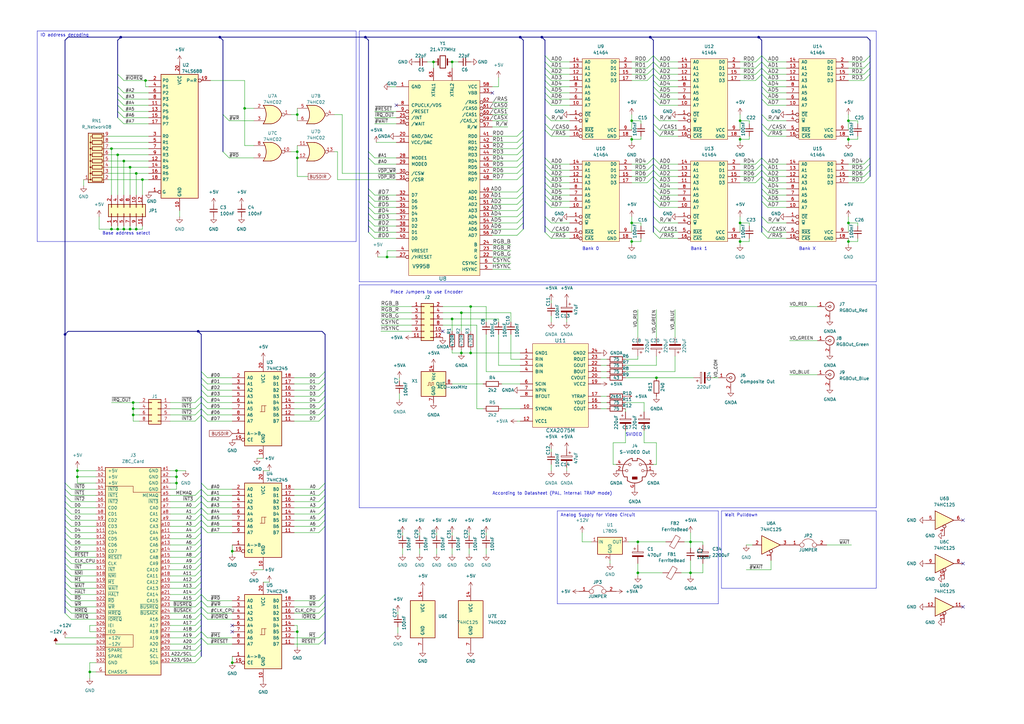
<source format=kicad_sch>
(kicad_sch (version 20230121) (generator eeschema)
  (paper "A3")
  (title_block (title "VDP Board / Video Board") (date "2023-12-26") (rev "0") (comment 1 "V9958 Video Board") (comment 2 "192K RAM"))
  (junction (at 189.23 144.78))
  (junction (at 26.67 137.16))
  (junction (at 54.61 170.18))
  (junction (at 259.08 57.15))
  (junction (at 48.26 63.5))
  (junction (at 347.98 99.06))
  (junction (at 95.25 271.78))
  (junction (at 72.39 198.12))
  (junction (at 31.75 193.04))
  (junction (at 158.75 105.41))
  (junction (at 261.62 222.25))
  (junction (at 303.53 91.44))
  (junction (at 185.42 130.81))
  (junction (at 54.61 167.64))
  (junction (at 55.88 93.98))
  (junction (at 50.8 66.04))
  (junction (at 149.86 15.24))
  (junction (at 303.53 49.53))
  (junction (at 53.34 68.58))
  (junction (at 259.08 49.53))
  (junction (at 50.8 93.98))
  (junction (at 283.21 234.95))
  (junction (at 54.61 165.1))
  (junction (at 283.21 222.25))
  (junction (at 347.98 49.53))
  (junction (at 261.62 234.95))
  (junction (at 121.92 259.08))
  (junction (at 269.24 154.94))
  (junction (at 72.39 193.04))
  (junction (at 193.04 144.78))
  (junction (at 259.08 99.06))
  (junction (at 222.25 15.24))
  (junction (at 72.39 195.58))
  (junction (at 48.26 93.98))
  (junction (at 55.88 71.12))
  (junction (at 58.42 73.66))
  (junction (at 266.7 15.24))
  (junction (at 121.92 62.23))
  (junction (at 90.17 15.24))
  (junction (at 177.8 25.4))
  (junction (at 347.98 91.44))
  (junction (at 45.72 60.96))
  (junction (at 121.92 46.99))
  (junction (at 53.34 93.98))
  (junction (at 36.83 275.59))
  (junction (at 95.25 226.06))
  (junction (at 259.08 91.44))
  (junction (at 303.53 99.06))
  (junction (at 121.92 64.77))
  (junction (at 49.53 15.24))
  (junction (at 303.53 57.15))
  (junction (at 100.33 44.45))
  (junction (at 59.69 33.02))
  (junction (at 189.23 128.27))
  (junction (at 193.04 125.73))
  (junction (at 213.36 15.24))
  (junction (at 185.42 25.4))
  (junction (at 311.15 15.24))
  (junction (at 31.75 195.58))
  (junction (at 81.28 135.89))
  (junction (at 347.98 57.15))
  (junction (at 45.72 93.98))
  (no_connect (at 394.97 231.14))
  (no_connect (at 95.25 256.54))
  (no_connect (at 181.61 135.89))
  (no_connect (at 162.56 43.18))
  (no_connect (at 394.97 248.92))
  (no_connect (at 201.93 38.1))
  (no_connect (at 95.25 259.08))
  (no_connect (at 394.97 213.36))
  (bus_entry (at 312.42 46.99) (size 2.54 2.54))
  (bus_entry (at 312.42 27.94) (size 2.54 2.54))
  (bus_entry (at 267.97 27.94) (size 2.54 2.54))
  (bus_entry (at 223.52 25.4) (size 2.54 2.54))
  (bus_entry (at 267.97 80.01) (size 2.54 2.54))
  (bus_entry (at 267.97 88.9) (size 2.54 2.54))
  (bus_entry (at 133.35 213.36) (size -2.54 2.54))
  (bus_entry (at 82.55 215.9) (size 2.54 2.54))
  (bus_entry (at 309.88 27.94) (size 2.54 -2.54))
  (bus_entry (at 82.55 246.38) (size -2.54 2.54))
  (bus_entry (at 82.55 261.62) (size 2.54 2.54))
  (bus_entry (at 82.55 236.22) (size -2.54 2.54))
  (bus_entry (at 265.43 74.93) (size 2.54 -2.54))
  (bus_entry (at 82.55 251.46) (size -2.54 2.54))
  (bus_entry (at 80.01 205.74) (size 2.54 -2.54))
  (bus_entry (at 26.67 246.38) (size 2.54 2.54))
  (bus_entry (at 309.88 25.4) (size 2.54 -2.54))
  (bus_entry (at 354.33 30.48) (size 2.54 -2.54))
  (bus_entry (at 130.81 172.72) (size 2.54 -2.54))
  (bus_entry (at 151.13 62.23) (size 2.54 2.54))
  (bus_entry (at 267.97 38.1) (size 2.54 2.54))
  (bus_entry (at 26.67 248.92) (size 2.54 2.54))
  (bus_entry (at 151.13 77.47) (size 2.54 2.54))
  (bus_entry (at 223.52 72.39) (size 2.54 2.54))
  (bus_entry (at 312.42 74.93) (size 2.54 2.54))
  (bus_entry (at 133.35 246.38) (size -2.54 2.54))
  (bus_entry (at 48.26 45.72) (size 2.54 2.54))
  (bus_entry (at 82.55 243.84) (size 2.54 2.54))
  (bus_entry (at 29.21 208.28) (size -2.54 -2.54))
  (bus_entry (at 312.42 67.31) (size 2.54 2.54))
  (bus_entry (at 82.55 266.7) (size -2.54 2.54))
  (bus_entry (at 82.55 248.92) (size -2.54 2.54))
  (bus_entry (at 82.55 198.12) (size 2.54 2.54))
  (bus_entry (at 82.55 241.3) (size -2.54 2.54))
  (bus_entry (at 82.55 205.74) (size 2.54 2.54))
  (bus_entry (at 309.88 72.39) (size 2.54 -2.54))
  (bus_entry (at 29.21 213.36) (size -2.54 -2.54))
  (bus_entry (at 48.26 48.26) (size 2.54 2.54))
  (bus_entry (at 267.97 95.25) (size 2.54 2.54))
  (bus_entry (at 80.01 203.2) (size 2.54 -2.54))
  (bus_entry (at 82.55 261.62) (size -2.54 2.54))
  (bus_entry (at 85.09 167.64) (size -2.54 -2.54))
  (bus_entry (at 29.21 215.9) (size -2.54 -2.54))
  (bus_entry (at 265.43 69.85) (size 2.54 -2.54))
  (bus_entry (at 223.52 77.47) (size 2.54 2.54))
  (bus_entry (at 223.52 82.55) (size 2.54 2.54))
  (bus_entry (at 26.67 251.46) (size 2.54 2.54))
  (bus_entry (at 29.21 220.98) (size -2.54 -2.54))
  (bus_entry (at 267.97 46.99) (size 2.54 2.54))
  (bus_entry (at 312.42 30.48) (size 2.54 2.54))
  (bus_entry (at 309.88 67.31) (size 2.54 -2.54))
  (bus_entry (at 133.35 251.46) (size -2.54 2.54))
  (bus_entry (at 267.97 50.8) (size 2.54 2.54))
  (bus_entry (at 26.67 241.3) (size 2.54 2.54))
  (bus_entry (at 151.13 92.71) (size 2.54 2.54))
  (bus_entry (at 354.33 25.4) (size 2.54 -2.54))
  (bus_entry (at 151.13 90.17) (size 2.54 2.54))
  (bus_entry (at 85.09 162.56) (size -2.54 -2.54))
  (bus_entry (at 29.21 218.44) (size -2.54 -2.54))
  (bus_entry (at 312.42 72.39) (size 2.54 2.54))
  (bus_entry (at 26.67 198.12) (size 2.54 2.54))
  (bus_entry (at 265.43 72.39) (size 2.54 -2.54))
  (bus_entry (at 29.21 210.82) (size -2.54 -2.54))
  (bus_entry (at 267.97 74.93) (size 2.54 2.54))
  (bus_entry (at 312.42 40.64) (size 2.54 2.54))
  (bus_entry (at 130.81 165.1) (size 2.54 -2.54))
  (bus_entry (at 214.63 76.2) (size -2.54 2.54))
  (bus_entry (at 267.97 35.56) (size 2.54 2.54))
  (bus_entry (at 212.09 66.04) (size 2.54 -2.54))
  (bus_entry (at 223.52 22.86) (size 2.54 2.54))
  (bus_entry (at 212.09 60.96) (size 2.54 -2.54))
  (bus_entry (at 82.55 264.16) (size -2.54 2.54))
  (bus_entry (at 312.42 80.01) (size 2.54 2.54))
  (bus_entry (at 133.35 215.9) (size -2.54 2.54))
  (bus_entry (at 26.67 200.66) (size 2.54 2.54))
  (bus_entry (at 214.63 93.98) (size -2.54 2.54))
  (bus_entry (at 85.09 160.02) (size -2.54 -2.54))
  (bus_entry (at 26.67 233.68) (size 2.54 2.54))
  (bus_entry (at 151.13 64.77) (size 2.54 2.54))
  (bus_entry (at 312.42 22.86) (size 2.54 2.54))
  (bus_entry (at 354.33 27.94) (size 2.54 -2.54))
  (bus_entry (at 267.97 72.39) (size 2.54 2.54))
  (bus_entry (at 48.26 35.56) (size 2.54 2.54))
  (bus_entry (at 309.88 30.48) (size 2.54 -2.54))
  (bus_entry (at 354.33 72.39) (size 2.54 -2.54))
  (bus_entry (at 151.13 85.09) (size 2.54 2.54))
  (bus_entry (at 267.97 33.02) (size 2.54 2.54))
  (bus_entry (at 312.42 33.02) (size 2.54 2.54))
  (bus_entry (at 212.09 71.12) (size 2.54 -2.54))
  (bus_entry (at 82.55 251.46) (size 2.54 2.54))
  (bus_entry (at 151.13 80.01) (size 2.54 2.54))
  (bus_entry (at 267.97 53.34) (size 2.54 2.54))
  (bus_entry (at 82.55 203.2) (size 2.54 2.54))
  (bus_entry (at 267.97 92.71) (size 2.54 2.54))
  (bus_entry (at 26.67 231.14) (size 2.54 2.54))
  (bus_entry (at 223.52 38.1) (size 2.54 2.54))
  (bus_entry (at 223.52 27.94) (size 2.54 2.54))
  (bus_entry (at 223.52 74.93) (size 2.54 2.54))
  (bus_entry (at 82.55 254) (size -2.54 2.54))
  (bus_entry (at 91.44 62.23) (size 2.54 2.54))
  (bus_entry (at 82.55 210.82) (size -2.54 2.54))
  (bus_entry (at 312.42 82.55) (size 2.54 2.54))
  (bus_entry (at 26.67 238.76) (size 2.54 2.54))
  (bus_entry (at 214.63 78.74) (size -2.54 2.54))
  (bus_entry (at 265.43 33.02) (size 2.54 -2.54))
  (bus_entry (at 82.55 213.36) (size -2.54 2.54))
  (bus_entry (at 133.35 208.28) (size -2.54 2.54))
  (bus_entry (at 130.81 170.18) (size 2.54 -2.54))
  (bus_entry (at 130.81 154.94) (size 2.54 -2.54))
  (bus_entry (at 151.13 87.63) (size 2.54 2.54))
  (bus_entry (at 82.55 213.36) (size 2.54 2.54))
  (bus_entry (at 48.26 38.1) (size 2.54 2.54))
  (bus_entry (at 223.52 67.31) (size 2.54 2.54))
  (bus_entry (at 267.97 69.85) (size 2.54 2.54))
  (bus_entry (at 309.88 74.93) (size 2.54 -2.54))
  (bus_entry (at 267.97 64.77) (size 2.54 2.54))
  (bus_entry (at 85.09 165.1) (size -2.54 -2.54))
  (bus_entry (at 267.97 67.31) (size 2.54 2.54))
  (bus_entry (at 212.09 63.5) (size 2.54 -2.54))
  (bus_entry (at 214.63 81.28) (size -2.54 2.54))
  (bus_entry (at 26.67 226.06) (size 2.54 2.54))
  (bus_entry (at 130.81 160.02) (size 2.54 -2.54))
  (bus_entry (at 82.55 208.28) (size -2.54 2.54))
  (bus_entry (at 265.43 25.4) (size 2.54 -2.54))
  (bus_entry (at 130.81 162.56) (size 2.54 -2.54))
  (bus_entry (at 267.97 22.86) (size 2.54 2.54))
  (bus_entry (at 223.52 95.25) (size 2.54 2.54))
  (bus_entry (at 82.55 231.14) (size -2.54 2.54))
  (bus_entry (at 130.81 157.48) (size 2.54 -2.54))
  (bus_entry (at 151.13 82.55) (size 2.54 2.54))
  (bus_entry (at 223.52 35.56) (size 2.54 2.54))
  (bus_entry (at 26.67 243.84) (size 2.54 2.54))
  (bus_entry (at 214.63 86.36) (size -2.54 2.54))
  (bus_entry (at 312.42 88.9) (size 2.54 2.54))
  (bus_entry (at 82.55 167.64) (size -2.54 2.54))
  (bus_entry (at 265.43 67.31) (size 2.54 -2.54))
  (bus_entry (at 312.42 35.56) (size 2.54 2.54))
  (bus_entry (at 354.33 74.93) (size 2.54 -2.54))
  (bus_entry (at 82.55 259.08) (size -2.54 2.54))
  (bus_entry (at 133.35 210.82) (size -2.54 2.54))
  (bus_entry (at 151.13 95.25) (size 2.54 2.54))
  (bus_entry (at 85.09 157.48) (size -2.54 -2.54))
  (bus_entry (at 133.35 248.92) (size -2.54 2.54))
  (bus_entry (at 223.52 69.85) (size 2.54 2.54))
  (bus_entry (at 133.35 198.12) (size -2.54 2.54))
  (bus_entry (at 133.35 203.2) (size -2.54 2.54))
  (bus_entry (at 133.35 259.08) (size -2.54 2.54))
  (bus_entry (at 26.67 228.6) (size 2.54 2.54))
  (bus_entry (at 82.55 238.76) (size -2.54 2.54))
  (bus_entry (at 223.52 33.02) (size 2.54 2.54))
  (bus_entry (at 48.26 30.48) (size 2.54 2.54))
  (bus_entry (at 312.42 77.47) (size 2.54 2.54))
  (bus_entry (at 82.55 228.6) (size -2.54 2.54))
  (bus_entry (at 354.33 69.85) (size 2.54 -2.54))
  (bus_entry (at 82.55 165.1) (size -2.54 2.54))
  (bus_entry (at 48.26 40.64) (size 2.54 2.54))
  (bus_entry (at 267.97 25.4) (size 2.54 2.54))
  (bus_entry (at 223.52 30.48) (size 2.54 2.54))
  (bus_entry (at 312.42 50.8) (size 2.54 2.54))
  (bus_entry (at 82.55 205.74) (size -2.54 2.54))
  (bus_entry (at 214.63 91.44) (size -2.54 2.54))
  (bus_entry (at 82.55 170.18) (size -2.54 2.54))
  (bus_entry (at 82.55 226.06) (size -2.54 2.54))
  (bus_entry (at 82.55 243.84) (size -2.54 2.54))
  (bus_entry (at 214.63 88.9) (size -2.54 2.54))
  (bus_entry (at 133.35 261.62) (size -2.54 2.54))
  (bus_entry (at 212.09 58.42) (size 2.54 -2.54))
  (bus_entry (at 212.09 68.58) (size 2.54 -2.54))
  (bus_entry (at 312.42 25.4) (size 2.54 2.54))
  (bus_entry (at 82.55 233.68) (size -2.54 2.54))
  (bus_entry (at 223.52 64.77) (size 2.54 2.54))
  (bus_entry (at 312.42 92.71) (size 2.54 2.54))
  (bus_entry (at 309.88 69.85) (size 2.54 -2.54))
  (bus_entry (at 223.52 50.8) (size 2.54 2.54))
  (bus_entry (at 223.52 46.99) (size 2.54 2.54))
  (bus_entry (at 223.52 53.34) (size 2.54 2.54))
  (bus_entry (at 82.55 269.24) (size -2.54 2.54))
  (bus_entry (at 82.55 162.56) (size -2.54 2.54))
  (bus_entry (at 267.97 77.47) (size 2.54 2.54))
  (bus_entry (at 354.33 67.31) (size 2.54 -2.54))
  (bus_entry (at 214.63 83.82) (size -2.54 2.54))
  (bus_entry (at 29.21 226.06) (size -2.54 -2.54))
  (bus_entry (at 85.09 172.72) (size -2.54 -2.54))
  (bus_entry (at 223.52 88.9) (size 2.54 2.54))
  (bus_entry (at 82.55 220.98) (size -2.54 2.54))
  (bus_entry (at 267.97 30.48) (size 2.54 2.54))
  (bus_entry (at 91.44 46.99) (size 2.54 2.54))
  (bus_entry (at 82.55 223.52) (size -2.54 2.54))
  (bus_entry (at 265.43 30.48) (size 2.54 -2.54))
  (bus_entry (at 82.55 246.38) (size 2.54 2.54))
  (bus_entry (at 82.55 210.82) (size 2.54 2.54))
  (bus_entry (at 85.09 154.94) (size -2.54 -2.54))
  (bus_entry (at 82.55 215.9) (size -2.54 2.54))
  (bus_entry (at 133.35 200.66) (size -2.54 2.54))
  (bus_entry (at 223.52 80.01) (size 2.54 2.54))
  (bus_entry (at 267.97 82.55) (size 2.54 2.54))
  (bus_entry (at 82.55 259.08) (size 2.54 2.54))
  (bus_entry (at 212.09 73.66) (size 2.54 -2.54))
  (bus_entry (at 133.35 205.74) (size -2.54 2.54))
  (bus_entry (at 48.26 43.18) (size 2.54 2.54))
  (bus_entry (at 85.09 170.18) (size -2.54 -2.54))
  (bus_entry (at 223.52 92.71) (size 2.54 2.54))
  (bus_entry (at 312.42 38.1) (size 2.54 2.54))
  (bus_entry (at 130.81 167.64) (size 2.54 -2.54))
  (bus_entry (at 26.67 236.22) (size 2.54 2.54))
  (bus_entry (at 267.97 40.64) (size 2.54 2.54))
  (bus_entry (at 133.35 243.84) (size -2.54 2.54))
  (bus_entry (at 312.42 69.85) (size 2.54 2.54))
  (bus_entry (at 82.55 256.54) (size -2.54 2.54))
  (bus_entry (at 354.33 33.02) (size 2.54 -2.54))
  (bus_entry (at 309.88 33.02) (size 2.54 -2.54))
  (bus_entry (at 82.55 248.92) (size 2.54 2.54))
  (bus_entry (at 312.42 95.25) (size 2.54 2.54))
  (bus_entry (at 26.67 203.2) (size 2.54 2.54))
  (bus_entry (at 212.09 55.88) (size 2.54 -2.54))
  (bus_entry (at 82.55 208.28) (size 2.54 2.54))
  (bus_entry (at 265.43 27.94) (size 2.54 -2.54))
  (bus_entry (at 312.42 53.34) (size 2.54 2.54))
  (bus_entry (at 82.55 218.44) (size -2.54 2.54))
  (bus_entry (at 82.55 200.66) (size 2.54 2.54))
  (bus_entry (at 312.42 64.77) (size 2.54 2.54))
  (bus_entry (at 223.52 40.64) (size 2.54 2.54))
  (bus_entry (at 29.21 223.52) (size -2.54 -2.54))
  (wire (pts (xy 314.96 82.55) (xy 322.58 82.55)))
  (bus (pts (xy 49.53 15.24) (xy 90.17 15.24)))
  (bus (pts (xy 312.42 27.94) (xy 312.42 30.48)))
  (bus (pts (xy 267.97 35.56) (xy 267.97 38.1)))
  (wire (pts (xy 181.61 133.35) (xy 195.58 133.35)))
  (wire (pts (xy 259.08 27.94) (xy 265.43 27.94)))
  (polyline (pts (xy 294.64 209.55) (xy 294.64 247.65)))
  (wire (pts (xy 303.53 91.44) (xy 307.34 91.44)))
  (bus (pts (xy 267.97 69.85) (xy 267.97 72.39)))
  (wire (pts (xy 303.53 100.33) (xy 303.53 99.06)))
  (wire (pts (xy 201.93 60.96) (xy 212.09 60.96)))
  (wire (pts (xy 261.62 236.22) (xy 261.62 234.95)))
  (wire (pts (xy 309.88 72.39) (xy 303.53 72.39)))
  (wire (pts (xy 265.43 72.39) (xy 259.08 72.39)))
  (bus (pts (xy 82.55 137.16) (xy 81.28 135.89)))
  (bus (pts (xy 133.35 170.18) (xy 133.35 167.64)))
  (wire (pts (xy 29.21 243.84) (xy 39.37 243.84)))
  (wire (pts (xy 347.98 99.06) (xy 347.98 97.79)))
  (bus (pts (xy 82.55 226.06) (xy 82.55 223.52)))
  (bus (pts (xy 26.67 16.51) (xy 27.94 15.24)))
  (bus (pts (xy 149.86 15.24) (xy 213.36 15.24)))
  (wire (pts (xy 185.42 144.78) (xy 189.23 144.78)))
  (wire (pts (xy 193.04 143.51) (xy 193.04 144.78)))
  (wire (pts (xy 154.305 58.42) (xy 162.56 58.42)))
  (wire (pts (xy 85.09 154.94) (xy 95.25 154.94)))
  (wire (pts (xy 278.13 97.79) (xy 270.51 97.79)))
  (wire (pts (xy 201.93 44.45) (xy 208.28 44.45)))
  (bus (pts (xy 267.97 16.51) (xy 266.7 15.24)))
  (wire (pts (xy 50.8 43.18) (xy 60.96 43.18)))
  (bus (pts (xy 82.55 256.54) (xy 82.55 259.08)))
  (bus (pts (xy 312.42 16.51) (xy 312.42 22.86)))
  (wire (pts (xy 36.83 278.13) (xy 36.83 275.59)))
  (wire (pts (xy 120.65 208.28) (xy 130.81 208.28)))
  (bus (pts (xy 82.55 220.98) (xy 82.55 218.44)))
  (bus (pts (xy 222.25 15.24) (xy 266.7 15.24)))
  (polyline (pts (xy 359.41 208.28) (xy 147.32 208.28)))
  (bus (pts (xy 48.26 48.26) (xy 48.26 45.72)))
  (polyline (pts (xy 228.6 209.55) (xy 294.64 209.55)))
  (wire (pts (xy 121.92 59.69) (xy 121.92 62.23)))
  (wire (pts (xy 226.06 35.56) (xy 233.68 35.56)))
  (wire (pts (xy 156.21 128.27) (xy 168.91 128.27)))
  (bus (pts (xy 312.42 80.01) (xy 312.42 82.55)))
  (wire (pts (xy 323.85 125.73) (xy 335.28 125.73)))
  (wire (pts (xy 179.07 227.33) (xy 179.07 224.79)))
  (bus (pts (xy 312.42 77.47) (xy 312.42 80.01)))
  (wire (pts (xy 193.04 125.73) (xy 193.04 135.89)))
  (wire (pts (xy 351.79 57.15) (xy 351.79 55.88)))
  (bus (pts (xy 267.97 80.01) (xy 267.97 82.55)))
  (bus (pts (xy 82.55 238.76) (xy 82.55 236.22)))
  (wire (pts (xy 259.08 67.31) (xy 265.43 67.31)))
  (wire (pts (xy 50.8 66.04) (xy 60.96 66.04)))
  (wire (pts (xy 280.67 222.25) (xy 283.21 222.25)))
  (wire (pts (xy 233.68 95.25) (xy 226.06 95.25)))
  (wire (pts (xy 303.53 27.94) (xy 309.88 27.94)))
  (wire (pts (xy 314.96 72.39) (xy 322.58 72.39)))
  (bus (pts (xy 214.63 53.34) (xy 214.63 16.51)))
  (polyline (pts (xy 147.32 115.57) (xy 359.41 115.57)))
  (bus (pts (xy 267.97 38.1) (xy 267.97 40.64)))
  (bus (pts (xy 48.26 16.51) (xy 49.53 15.24)))
  (bus (pts (xy 133.35 259.08) (xy 133.35 261.62)))
  (wire (pts (xy 198.12 157.48) (xy 185.42 157.48)))
  (bus (pts (xy 151.13 80.01) (xy 151.13 82.55)))
  (wire (pts (xy 238.76 218.44) (xy 238.76 222.25)))
  (bus (pts (xy 214.63 83.82) (xy 214.63 86.36)))
  (wire (pts (xy 270.51 33.02) (xy 278.13 33.02)))
  (wire (pts (xy 95.25 227.33) (xy 95.25 226.06)))
  (bus (pts (xy 82.55 254) (xy 82.55 251.46)))
  (wire (pts (xy 121.92 259.08) (xy 121.92 265.43)))
  (wire (pts (xy 29.21 236.22) (xy 39.37 236.22)))
  (wire (pts (xy 44.45 58.42) (xy 60.96 58.42)))
  (polyline (pts (xy 359.41 116.84) (xy 359.41 208.28)))
  (wire (pts (xy 130.81 251.46) (xy 120.65 251.46)))
  (wire (pts (xy 270.51 69.85) (xy 278.13 69.85)))
  (wire (pts (xy 69.85 203.2) (xy 80.01 203.2)))
  (wire (pts (xy 31.75 195.58) (xy 31.75 193.04)))
  (wire (pts (xy 130.81 165.1) (xy 120.65 165.1)))
  (polyline (pts (xy 228.6 209.55) (xy 228.6 247.65)))
  (wire (pts (xy 119.38 62.23) (xy 121.92 62.23)))
  (wire (pts (xy 303.53 46.99) (xy 303.53 49.53)))
  (wire (pts (xy 85.09 203.2) (xy 95.25 203.2)))
  (wire (pts (xy 153.67 45.72) (xy 162.56 45.72)))
  (bus (pts (xy 151.13 82.55) (xy 151.13 85.09)))
  (wire (pts (xy 80.01 238.76) (xy 69.85 238.76)))
  (bus (pts (xy 223.52 50.8) (xy 223.52 53.34)))
  (wire (pts (xy 314.96 38.1) (xy 322.58 38.1)))
  (bus (pts (xy 26.67 241.3) (xy 26.67 243.84)))
  (wire (pts (xy 39.37 195.58) (xy 31.75 195.58)))
  (wire (pts (xy 100.33 33.02) (xy 100.33 44.45)))
  (wire (pts (xy 248.92 167.64) (xy 246.38 167.64)))
  (bus (pts (xy 151.13 92.71) (xy 151.13 95.25)))
  (bus (pts (xy 312.42 92.71) (xy 312.42 95.25)))
  (wire (pts (xy 201.93 55.88) (xy 212.09 55.88)))
  (wire (pts (xy 85.09 160.02) (xy 95.25 160.02)))
  (wire (pts (xy 201.93 49.53) (xy 208.28 49.53)))
  (bus (pts (xy 26.67 210.82) (xy 26.67 208.28)))
  (wire (pts (xy 204.47 149.86) (xy 204.47 137.16)))
  (wire (pts (xy 226.06 82.55) (xy 233.68 82.55)))
  (wire (pts (xy 80.01 172.72) (xy 69.85 172.72)))
  (bus (pts (xy 213.36 15.24) (xy 214.63 16.51)))
  (wire (pts (xy 185.42 130.81) (xy 185.42 135.89)))
  (wire (pts (xy 264.16 165.1) (xy 264.16 168.91)))
  (wire (pts (xy 233.68 53.34) (xy 226.06 53.34)))
  (wire (pts (xy 29.21 218.44) (xy 39.37 218.44)))
  (wire (pts (xy 50.8 93.98) (xy 53.34 93.98)))
  (wire (pts (xy 193.04 144.78) (xy 213.36 144.78)))
  (bus (pts (xy 151.13 77.47) (xy 151.13 80.01)))
  (wire (pts (xy 212.09 78.74) (xy 201.93 78.74)))
  (wire (pts (xy 163.195 250.825) (xy 163.195 252.095)))
  (wire (pts (xy 256.54 147.32) (xy 261.62 147.32)))
  (wire (pts (xy 120.65 210.82) (xy 130.81 210.82)))
  (bus (pts (xy 48.26 38.1) (xy 48.26 40.64)))
  (wire (pts (xy 31.75 193.04) (xy 39.37 193.04)))
  (wire (pts (xy 212.09 91.44) (xy 201.93 91.44)))
  (bus (pts (xy 82.55 223.52) (xy 82.55 220.98)))
  (wire (pts (xy 322.58 53.34) (xy 314.96 53.34)))
  (bus (pts (xy 133.35 215.9) (xy 133.35 243.84)))
  (wire (pts (xy 57.15 167.64) (xy 54.61 167.64)))
  (wire (pts (xy 351.79 99.06) (xy 351.79 97.79)))
  (bus (pts (xy 82.55 213.36) (xy 82.55 210.82)))
  (wire (pts (xy 93.98 64.77) (xy 104.14 64.77)))
  (wire (pts (xy 130.81 154.94) (xy 120.65 154.94)))
  (wire (pts (xy 181.61 128.27) (xy 189.23 128.27)))
  (bus (pts (xy 82.55 236.22) (xy 82.55 233.68)))
  (bus (pts (xy 223.52 40.64) (xy 223.52 46.99)))
  (bus (pts (xy 214.63 58.42) (xy 214.63 60.96)))
  (bus (pts (xy 267.97 27.94) (xy 267.97 30.48)))
  (wire (pts (xy 85.09 208.28) (xy 95.25 208.28)))
  (bus (pts (xy 133.35 246.38) (xy 133.35 248.92)))
  (wire (pts (xy 354.33 72.39) (xy 347.98 72.39)))
  (bus (pts (xy 48.26 45.72) (xy 48.26 43.18)))
  (wire (pts (xy 201.93 96.52) (xy 212.09 96.52)))
  (wire (pts (xy 314.96 80.01) (xy 322.58 80.01)))
  (wire (pts (xy 278.13 95.25) (xy 270.51 95.25)))
  (wire (pts (xy 22.86 264.16) (xy 39.37 264.16)))
  (bus (pts (xy 82.55 200.66) (xy 82.55 203.2)))
  (bus (pts (xy 223.52 80.01) (xy 223.52 82.55)))
  (wire (pts (xy 201.93 110.49) (xy 209.55 110.49)))
  (bus (pts (xy 223.52 53.34) (xy 223.52 64.77)))
  (wire (pts (xy 60.96 35.56) (xy 59.69 35.56)))
  (wire (pts (xy 347.98 57.15) (xy 351.79 57.15)))
  (polyline (pts (xy 15.24 99.06) (xy 146.05 99.06)))
  (wire (pts (xy 57.15 170.18) (xy 54.61 170.18)))
  (wire (pts (xy 85.09 200.66) (xy 95.25 200.66)))
  (wire (pts (xy 153.67 50.8) (xy 162.56 50.8)))
  (bus (pts (xy 223.52 33.02) (xy 223.52 35.56)))
  (wire (pts (xy 226.06 38.1) (xy 233.68 38.1)))
  (wire (pts (xy 156.21 130.81) (xy 168.91 130.81)))
  (wire (pts (xy 72.39 198.12) (xy 72.39 195.58)))
  (bus (pts (xy 82.55 208.28) (xy 82.55 205.74)))
  (wire (pts (xy 270.51 38.1) (xy 278.13 38.1)))
  (bus (pts (xy 223.52 16.51) (xy 222.25 15.24)))
  (wire (pts (xy 195.58 133.35) (xy 195.58 167.64)))
  (wire (pts (xy 226.06 69.85) (xy 233.68 69.85)))
  (wire (pts (xy 58.42 73.66) (xy 60.96 73.66)))
  (wire (pts (xy 100.33 59.69) (xy 104.14 59.69)))
  (wire (pts (xy 40.64 93.98) (xy 45.72 93.98)))
  (wire (pts (xy 314.96 67.31) (xy 322.58 67.31)))
  (wire (pts (xy 153.67 87.63) (xy 162.56 87.63)))
  (bus (pts (xy 223.52 72.39) (xy 223.52 74.93)))
  (wire (pts (xy 316.23 229.87) (xy 316.23 233.68)))
  (wire (pts (xy 261.62 127) (xy 261.62 138.43)))
  (bus (pts (xy 82.55 157.48) (xy 82.55 160.02)))
  (bus (pts (xy 133.35 213.36) (xy 133.35 215.9)))
  (bus (pts (xy 91.44 46.99) (xy 91.44 62.23)))
  (polyline (pts (xy 15.24 12.7) (xy 15.24 99.06)))
  (bus (pts (xy 214.63 76.2) (xy 214.63 71.12)))
  (wire (pts (xy 189.23 128.27) (xy 209.55 128.27)))
  (wire (pts (xy 270.51 25.4) (xy 278.13 25.4)))
  (wire (pts (xy 212.09 172.72) (xy 213.36 172.72)))
  (bus (pts (xy 267.97 88.9) (xy 267.97 92.71)))
  (wire (pts (xy 120.65 205.74) (xy 130.81 205.74)))
  (wire (pts (xy 193.04 144.78) (xy 189.23 144.78)))
  (bus (pts (xy 311.15 15.24) (xy 355.6 15.24)))
  (bus (pts (xy 312.42 40.64) (xy 312.42 46.99)))
  (bus (pts (xy 82.55 266.7) (xy 82.55 269.24)))
  (wire (pts (xy 270.51 35.56) (xy 278.13 35.56)))
  (polyline (pts (xy 146.05 12.7) (xy 15.24 12.7)))
  (bus (pts (xy 133.35 243.84) (xy 133.35 246.38)))
  (wire (pts (xy 201.93 107.95) (xy 209.55 107.95)))
  (wire (pts (xy 185.42 218.44) (xy 185.42 219.71)))
  (bus (pts (xy 82.55 241.3) (xy 82.55 238.76)))
  (bus (pts (xy 267.97 30.48) (xy 267.97 33.02)))
  (wire (pts (xy 314.96 49.53) (xy 322.58 49.53)))
  (polyline (pts (xy 146.05 99.06) (xy 146.05 12.7)))
  (wire (pts (xy 283.21 234.95) (xy 283.21 236.22)))
  (wire (pts (xy 130.81 157.48) (xy 120.65 157.48)))
  (wire (pts (xy 29.21 220.98) (xy 39.37 220.98)))
  (wire (pts (xy 137.16 46.99) (xy 140.335 46.99)))
  (wire (pts (xy 80.01 243.84) (xy 69.85 243.84)))
  (wire (pts (xy 165.1 227.33) (xy 165.1 224.79)))
  (wire (pts (xy 80.01 226.06) (xy 69.85 226.06)))
  (wire (pts (xy 270.51 40.64) (xy 278.13 40.64)))
  (wire (pts (xy 303.53 49.53) (xy 303.53 53.34)))
  (wire (pts (xy 34.29 73.66) (xy 34.29 76.2)))
  (wire (pts (xy 347.98 57.15) (xy 347.98 55.88)))
  (wire (pts (xy 85.09 251.46) (xy 95.25 251.46)))
  (bus (pts (xy 133.35 210.82) (xy 133.35 213.36)))
  (wire (pts (xy 72.39 200.66) (xy 72.39 198.12)))
  (wire (pts (xy 204.47 149.86) (xy 213.36 149.86)))
  (wire (pts (xy 104.14 233.68) (xy 107.95 233.68)))
  (bus (pts (xy 26.67 233.68) (xy 26.67 236.22)))
  (wire (pts (xy 100.33 44.45) (xy 100.33 59.69)))
  (bus (pts (xy 133.35 203.2) (xy 133.35 205.74)))
  (wire (pts (xy 121.92 72.39) (xy 126.365 72.39)))
  (bus (pts (xy 82.55 154.94) (xy 82.55 157.48)))
  (wire (pts (xy 269.24 154.94) (xy 284.48 154.94)))
  (bus (pts (xy 82.55 261.62) (xy 82.55 259.08)))
  (wire (pts (xy 120.65 256.54) (xy 121.92 256.54)))
  (bus (pts (xy 223.52 38.1) (xy 223.52 40.64)))
  (wire (pts (xy 226.06 72.39) (xy 233.68 72.39)))
  (bus (pts (xy 356.87 16.51) (xy 356.87 22.86)))
  (bus (pts (xy 151.13 16.51) (xy 151.13 62.23)))
  (wire (pts (xy 80.01 165.1) (xy 69.85 165.1)))
  (wire (pts (xy 347.98 88.9) (xy 347.98 91.44)))
  (wire (pts (xy 80.01 220.98) (xy 69.85 220.98)))
  (wire (pts (xy 130.81 254) (xy 120.65 254)))
  (bus (pts (xy 214.63 63.5) (xy 214.63 66.04)))
  (wire (pts (xy 226.06 132.08) (xy 226.06 129.54)))
  (wire (pts (xy 192.405 218.44) (xy 192.405 219.71)))
  (wire (pts (xy 314.96 33.02) (xy 322.58 33.02)))
  (wire (pts (xy 204.47 31.75) (xy 204.47 35.56)))
  (wire (pts (xy 80.01 261.62) (xy 69.85 261.62)))
  (wire (pts (xy 261.62 147.32) (xy 261.62 146.05)))
  (wire (pts (xy 303.53 69.85) (xy 309.88 69.85)))
  (wire (pts (xy 85.09 172.72) (xy 95.25 172.72)))
  (wire (pts (xy 259.08 49.53) (xy 262.89 49.53)))
  (wire (pts (xy 201.93 41.91) (xy 208.28 41.91)))
  (wire (pts (xy 212.09 86.36) (xy 201.93 86.36)))
  (wire (pts (xy 226.06 184.15) (xy 226.06 185.42)))
  (wire (pts (xy 251.46 181.61) (xy 251.46 190.5)))
  (wire (pts (xy 39.37 259.08) (xy 36.83 259.08)))
  (wire (pts (xy 303.53 58.42) (xy 303.53 57.15)))
  (wire (pts (xy 226.06 27.94) (xy 233.68 27.94)))
  (wire (pts (xy 201.93 105.41) (xy 209.55 105.41)))
  (wire (pts (xy 323.85 153.67) (xy 335.28 153.67)))
  (wire (pts (xy 347.98 49.53) (xy 351.79 49.53)))
  (bus (pts (xy 133.35 170.18) (xy 133.35 198.12)))
  (wire (pts (xy 121.92 256.54) (xy 121.92 259.08)))
  (wire (pts (xy 163.83 154.94) (xy 163.83 156.21)))
  (wire (pts (xy 80.01 256.54) (xy 69.85 256.54)))
  (wire (pts (xy 283.21 229.87) (xy 283.21 234.95)))
  (wire (pts (xy 54.61 165.1) (xy 45.72 165.1)))
  (bus (pts (xy 133.35 251.46) (xy 133.35 259.08)))
  (bus (pts (xy 82.55 198.12) (xy 82.55 200.66)))
  (wire (pts (xy 121.92 64.77) (xy 121.92 72.39)))
  (wire (pts (xy 36.83 275.59) (xy 36.83 271.78)))
  (wire (pts (xy 29.21 231.14) (xy 39.37 231.14)))
  (wire (pts (xy 85.09 246.38) (xy 95.25 246.38)))
  (wire (pts (xy 119.38 46.99) (xy 121.92 46.99)))
  (wire (pts (xy 80.01 269.24) (xy 69.85 269.24)))
  (wire (pts (xy 50.8 33.02) (xy 59.69 33.02)))
  (wire (pts (xy 80.01 233.68) (xy 69.85 233.68)))
  (wire (pts (xy 121.92 46.99) (xy 121.92 44.45)))
  (wire (pts (xy 347.98 99.06) (xy 351.79 99.06)))
  (bus (pts (xy 133.35 198.12) (xy 133.35 200.66)))
  (polyline (pts (xy 295.91 209.55) (xy 295.91 241.3)))
  (wire (pts (xy 29.21 238.76) (xy 39.37 238.76)))
  (bus (pts (xy 267.97 50.8) (xy 267.97 53.34)))
  (wire (pts (xy 248.92 165.1) (xy 246.38 165.1)))
  (wire (pts (xy 80.01 241.3) (xy 69.85 241.3)))
  (bus (pts (xy 214.63 53.34) (xy 214.63 55.88)))
  (wire (pts (xy 307.34 57.15) (xy 307.34 55.88)))
  (wire (pts (xy 303.53 88.9) (xy 303.53 91.44)))
  (wire (pts (xy 347.98 25.4) (xy 354.33 25.4)))
  (bus (pts (xy 267.97 82.55) (xy 267.97 88.9)))
  (wire (pts (xy 29.21 205.74) (xy 39.37 205.74)))
  (bus (pts (xy 82.55 228.6) (xy 82.55 226.06)))
  (bus (pts (xy 133.35 205.74) (xy 133.35 208.28)))
  (wire (pts (xy 80.01 228.6) (xy 69.85 228.6)))
  (bus (pts (xy 312.42 74.93) (xy 312.42 77.47)))
  (wire (pts (xy 130.81 160.02) (xy 120.65 160.02)))
  (wire (pts (xy 270.51 72.39) (xy 278.13 72.39)))
  (wire (pts (xy 232.41 132.08) (xy 232.41 130.81)))
  (wire (pts (xy 130.81 172.72) (xy 120.65 172.72)))
  (wire (pts (xy 185.42 143.51) (xy 185.42 144.78)))
  (wire (pts (xy 130.81 264.16) (xy 120.65 264.16)))
  (wire (pts (xy 201.93 102.87) (xy 209.55 102.87)))
  (wire (pts (xy 199.39 125.73) (xy 199.39 132.08)))
  (wire (pts (xy 85.09 170.18) (xy 95.25 170.18)))
  (wire (pts (xy 80.01 215.9) (xy 69.85 215.9)))
  (wire (pts (xy 172.085 227.33) (xy 172.085 224.79)))
  (wire (pts (xy 256.54 181.61) (xy 251.46 181.61)))
  (wire (pts (xy 72.39 195.58) (xy 72.39 193.04)))
  (wire (pts (xy 120.65 200.66) (xy 130.81 200.66)))
  (wire (pts (xy 85.09 248.92) (xy 95.25 248.92)))
  (wire (pts (xy 50.8 38.1) (xy 60.96 38.1)))
  (wire (pts (xy 226.06 74.93) (xy 233.68 74.93)))
  (wire (pts (xy 153.67 80.01) (xy 162.56 80.01)))
  (polyline (pts (xy 359.41 241.3) (xy 359.41 209.55)))
  (wire (pts (xy 261.62 222.25) (xy 273.05 222.25)))
  (wire (pts (xy 264.16 176.53) (xy 264.16 181.61)))
  (wire (pts (xy 347.98 74.93) (xy 354.33 74.93)))
  (bus (pts (xy 82.55 243.84) (xy 82.55 241.3)))
  (bus (pts (xy 151.13 64.77) (xy 151.13 77.47)))
  (bus (pts (xy 267.97 46.99) (xy 267.97 50.8)))
  (bus (pts (xy 26.67 220.98) (xy 26.67 218.44)))
  (wire (pts (xy 44.45 71.12) (xy 55.88 71.12)))
  (bus (pts (xy 133.35 167.64) (xy 133.35 165.1)))
  (wire (pts (xy 48.26 63.5) (xy 48.26 80.01)))
  (wire (pts (xy 153.67 64.77) (xy 162.56 64.77)))
  (wire (pts (xy 177.8 27.94) (xy 177.8 25.4)))
  (bus (pts (xy 26.67 200.66) (xy 26.67 203.2)))
  (bus (pts (xy 26.67 208.28) (xy 26.67 205.74)))
  (wire (pts (xy 120.65 259.08) (xy 121.92 259.08)))
  (bus (pts (xy 133.35 157.48) (xy 133.35 154.94)))
  (bus (pts (xy 149.86 15.24) (xy 151.13 16.51)))
  (wire (pts (xy 153.67 92.71) (xy 162.56 92.71)))
  (bus (pts (xy 90.17 15.24) (xy 149.86 15.24)))
  (wire (pts (xy 226.06 67.31) (xy 233.68 67.31)))
  (bus (pts (xy 82.55 203.2) (xy 82.55 205.74)))
  (wire (pts (xy 259.08 49.53) (xy 259.08 53.34)))
  (bus (pts (xy 26.67 215.9) (xy 26.67 213.36)))
  (wire (pts (xy 29.21 248.92) (xy 39.37 248.92)))
  (bus (pts (xy 26.67 137.16) (xy 26.67 198.12)))
  (bus (pts (xy 312.42 67.31) (xy 312.42 69.85)))
  (wire (pts (xy 261.62 234.95) (xy 261.62 231.14)))
  (wire (pts (xy 262.89 57.15) (xy 262.89 55.88)))
  (wire (pts (xy 347.98 27.94) (xy 354.33 27.94)))
  (bus (pts (xy 223.52 30.48) (xy 223.52 33.02)))
  (wire (pts (xy 121.92 62.23) (xy 121.92 64.77)))
  (wire (pts (xy 347.98 91.44) (xy 347.98 95.25)))
  (wire (pts (xy 322.58 85.09) (xy 314.96 85.09)))
  (bus (pts (xy 81.28 135.89) (xy 132.08 135.89)))
  (wire (pts (xy 29.21 233.68) (xy 39.37 233.68)))
  (bus (pts (xy 82.55 137.16) (xy 82.55 152.4)))
  (wire (pts (xy 48.26 93.98) (xy 50.8 93.98)))
  (wire (pts (xy 85.09 210.82) (xy 95.25 210.82)))
  (wire (pts (xy 303.53 57.15) (xy 307.34 57.15)))
  (bus (pts (xy 133.35 137.16) (xy 133.35 152.4)))
  (wire (pts (xy 85.09 162.56) (xy 95.25 162.56)))
  (wire (pts (xy 199.39 152.4) (xy 213.36 152.4)))
  (bus (pts (xy 312.42 50.8) (xy 312.42 53.34)))
  (wire (pts (xy 259.08 58.42) (xy 259.08 57.15)))
  (bus (pts (xy 312.42 22.86) (xy 312.42 25.4)))
  (wire (pts (xy 80.01 236.22) (xy 69.85 236.22)))
  (polyline (pts (xy 359.41 115.57) (xy 359.41 12.7)))
  (wire (pts (xy 303.53 99.06) (xy 303.53 97.79)))
  (bus (pts (xy 214.63 60.96) (xy 214.63 63.5)))
  (wire (pts (xy 140.335 71.12) (xy 162.56 71.12)))
  (bus (pts (xy 356.87 22.86) (xy 356.87 25.4)))
  (bus (pts (xy 312.42 16.51) (xy 311.15 15.24)))
  (bus (pts (xy 223.52 77.47) (xy 223.52 80.01)))
  (wire (pts (xy 270.51 80.01) (xy 278.13 80.01)))
  (bus (pts (xy 223.52 35.56) (xy 223.52 38.1)))
  (wire (pts (xy 29.21 203.2) (xy 39.37 203.2)))
  (bus (pts (xy 214.63 91.44) (xy 214.63 93.98)))
  (bus (pts (xy 356.87 30.48) (xy 356.87 64.77)))
  (wire (pts (xy 306.07 223.52) (xy 308.61 223.52)))
  (wire (pts (xy 53.34 68.58) (xy 53.34 80.01)))
  (wire (pts (xy 130.81 167.64) (xy 120.65 167.64)))
  (wire (pts (xy 50.8 93.98) (xy 50.8 92.71)))
  (wire (pts (xy 53.34 93.98) (xy 53.34 92.71)))
  (bus (pts (xy 151.13 87.63) (xy 151.13 90.17)))
  (bus (pts (xy 82.55 233.68) (xy 82.55 231.14)))
  (wire (pts (xy 44.45 73.66) (xy 58.42 73.66)))
  (wire (pts (xy 69.85 200.66) (xy 72.39 200.66)))
  (wire (pts (xy 261.62 222.25) (xy 261.62 223.52)))
  (wire (pts (xy 153.67 85.09) (xy 162.56 85.09)))
  (wire (pts (xy 29.21 254) (xy 39.37 254)))
  (bus (pts (xy 133.35 152.4) (xy 133.35 154.94)))
  (bus (pts (xy 223.52 69.85) (xy 223.52 72.39)))
  (bus (pts (xy 82.55 248.92) (xy 82.55 251.46)))
  (wire (pts (xy 270.51 49.53) (xy 278.13 49.53)))
  (bus (pts (xy 214.63 81.28) (xy 214.63 83.82)))
  (wire (pts (xy 80.01 218.44) (xy 69.85 218.44)))
  (wire (pts (xy 226.06 30.48) (xy 233.68 30.48)))
  (wire (pts (xy 270.51 74.93) (xy 278.13 74.93)))
  (wire (pts (xy 269.24 127) (xy 269.24 138.43)))
  (bus (pts (xy 267.97 33.02) (xy 267.97 35.56)))
  (wire (pts (xy 314.96 74.93) (xy 322.58 74.93)))
  (wire (pts (xy 270.51 30.48) (xy 278.13 30.48)))
  (wire (pts (xy 303.53 99.06) (xy 307.34 99.06)))
  (bus (pts (xy 48.26 35.56) (xy 48.26 38.1)))
  (wire (pts (xy 314.96 25.4) (xy 322.58 25.4)))
  (wire (pts (xy 314.96 77.47) (xy 322.58 77.47)))
  (wire (pts (xy 121.92 46.99) (xy 121.92 49.53)))
  (wire (pts (xy 163.195 259.715) (xy 163.195 257.175)))
  (wire (pts (xy 314.96 30.48) (xy 322.58 30.48)))
  (wire (pts (xy 259.08 69.85) (xy 265.43 69.85)))
  (wire (pts (xy 199.39 227.33) (xy 199.39 224.79)))
  (wire (pts (xy 283.21 234.95) (xy 288.29 234.95)))
  (bus (pts (xy 82.55 167.64) (xy 82.55 170.18)))
  (wire (pts (xy 69.85 193.04) (xy 72.39 193.04)))
  (wire (pts (xy 248.92 152.4) (xy 246.38 152.4)))
  (wire (pts (xy 29.21 246.38) (xy 39.37 246.38)))
  (wire (pts (xy 307.34 92.71) (xy 307.34 91.44)))
  (wire (pts (xy 153.67 67.31) (xy 162.56 67.31)))
  (bus (pts (xy 223.52 25.4) (xy 223.52 27.94)))
  (wire (pts (xy 201.93 66.04) (xy 212.09 66.04)))
  (wire (pts (xy 199.39 152.4) (xy 199.39 137.16)))
  (wire (pts (xy 259.08 46.99) (xy 259.08 49.53)))
  (wire (pts (xy 36.83 271.78) (xy 39.37 271.78)))
  (wire (pts (xy 44.45 60.96) (xy 45.72 60.96)))
  (bus (pts (xy 223.52 22.86) (xy 223.52 25.4)))
  (wire (pts (xy 105.41 187.96) (xy 107.95 187.96)))
  (wire (pts (xy 303.53 25.4) (xy 309.88 25.4)))
  (wire (pts (xy 185.42 25.4) (xy 185.42 27.94)))
  (bus (pts (xy 82.55 162.56) (xy 82.55 165.1)))
  (wire (pts (xy 181.61 125.73) (xy 193.04 125.73)))
  (wire (pts (xy 259.08 99.06) (xy 259.08 97.79)))
  (bus (pts (xy 26.67 16.51) (xy 26.67 137.16)))
  (bus (pts (xy 213.36 15.24) (xy 222.25 15.24)))
  (wire (pts (xy 153.67 90.17) (xy 162.56 90.17)))
  (bus (pts (xy 48.26 43.18) (xy 48.26 40.64)))
  (wire (pts (xy 262.89 50.8) (xy 262.89 49.53)))
  (wire (pts (xy 158.75 105.41) (xy 162.56 105.41)))
  (wire (pts (xy 226.06 49.53) (xy 233.68 49.53)))
  (wire (pts (xy 57.15 172.72) (xy 54.61 172.72)))
  (wire (pts (xy 259.08 57.15) (xy 259.08 55.88)))
  (bus (pts (xy 26.67 213.36) (xy 26.67 210.82)))
  (wire (pts (xy 120.65 213.36) (xy 130.81 213.36)))
  (wire (pts (xy 303.53 74.93) (xy 309.88 74.93)))
  (bus (pts (xy 151.13 62.23) (xy 151.13 64.77)))
  (wire (pts (xy 309.88 30.48) (xy 303.53 30.48)))
  (wire (pts (xy 45.72 92.71) (xy 45.72 93.98)))
  (bus (pts (xy 267.97 22.86) (xy 267.97 25.4)))
  (wire (pts (xy 40.64 88.9) (xy 40.64 93.98)))
  (wire (pts (xy 45.72 93.98) (xy 48.26 93.98)))
  (wire (pts (xy 347.98 58.42) (xy 347.98 57.15)))
  (wire (pts (xy 259.08 100.33) (xy 259.08 99.06)))
  (bus (pts (xy 82.55 152.4) (xy 82.55 154.94)))
  (wire (pts (xy 69.85 198.12) (xy 72.39 198.12)))
  (bus (pts (xy 133.35 137.16) (xy 132.08 135.89)))
  (wire (pts (xy 204.47 130.81) (xy 204.47 132.08)))
  (polyline (pts (xy 295.91 209.55) (xy 359.41 209.55)))
  (wire (pts (xy 212.09 93.98) (xy 201.93 93.98)))
  (wire (pts (xy 29.21 223.52) (xy 39.37 223.52)))
  (wire (pts (xy 85.09 254) (xy 95.25 254)))
  (wire (pts (xy 270.51 77.47) (xy 278.13 77.47)))
  (wire (pts (xy 85.09 205.74) (xy 95.25 205.74)))
  (bus (pts (xy 26.67 231.14) (xy 26.67 233.68)))
  (wire (pts (xy 80.01 213.36) (xy 69.85 213.36)))
  (wire (pts (xy 36.83 256.54) (xy 39.37 256.54)))
  (bus (pts (xy 312.42 82.55) (xy 312.42 88.9)))
  (wire (pts (xy 351.79 50.8) (xy 351.79 49.53)))
  (bus (pts (xy 82.55 210.82) (xy 82.55 208.28)))
  (bus (pts (xy 223.52 88.9) (xy 223.52 92.71)))
  (wire (pts (xy 55.88 92.71) (xy 55.88 93.98)))
  (wire (pts (xy 314.96 27.94) (xy 322.58 27.94)))
  (wire (pts (xy 80.01 266.7) (xy 69.85 266.7)))
  (wire (pts (xy 303.53 91.44) (xy 303.53 95.25)))
  (wire (pts (xy 138.43 62.23) (xy 137.16 62.23)))
  (wire (pts (xy 233.68 85.09) (xy 226.06 85.09)))
  (wire (pts (xy 29.21 241.3) (xy 39.37 241.3)))
  (wire (pts (xy 54.61 172.72) (xy 54.61 170.18)))
  (wire (pts (xy 209.55 147.32) (xy 209.55 137.16)))
  (bus (pts (xy 223.52 64.77) (xy 223.52 67.31)))
  (wire (pts (xy 29.21 208.28) (xy 39.37 208.28)))
  (bus (pts (xy 133.35 261.62) (xy 133.35 264.16)))
  (wire (pts (xy 248.92 154.94) (xy 246.38 154.94)))
  (bus (pts (xy 214.63 66.04) (xy 214.63 68.58)))
  (bus (pts (xy 26.67 203.2) (xy 26.67 205.74)))
  (wire (pts (xy 80.01 251.46) (xy 69.85 251.46)))
  (wire (pts (xy 347.98 49.53) (xy 347.98 53.34)))
  (wire (pts (xy 323.85 139.7) (xy 335.28 139.7)))
  (wire (pts (xy 29.21 200.66) (xy 39.37 200.66)))
  (wire (pts (xy 262.89 92.71) (xy 262.89 91.44)))
  (wire (pts (xy 347.98 67.31) (xy 354.33 67.31)))
  (wire (pts (xy 138.43 73.66) (xy 138.43 62.23)))
  (wire (pts (xy 156.21 133.35) (xy 168.91 133.35)))
  (bus (pts (xy 312.42 72.39) (xy 312.42 74.93)))
  (bus (pts (xy 26.67 223.52) (xy 26.67 220.98)))
  (wire (pts (xy 212.09 83.82) (xy 201.93 83.82)))
  (wire (pts (xy 248.92 149.86) (xy 246.38 149.86)))
  (bus (pts (xy 312.42 69.85) (xy 312.42 72.39)))
  (wire (pts (xy 80.01 223.52) (xy 69.85 223.52)))
  (wire (pts (xy 153.67 48.26) (xy 162.56 48.26)))
  (bus (pts (xy 133.35 208.28) (xy 133.35 210.82)))
  (bus (pts (xy 26.67 218.44) (xy 26.67 215.9)))
  (wire (pts (xy 156.21 125.73) (xy 168.91 125.73)))
  (wire (pts (xy 306.07 233.68) (xy 316.23 233.68)))
  (wire (pts (xy 85.09 215.9) (xy 95.25 215.9)))
  (wire (pts (xy 80.01 208.28) (xy 69.85 208.28)))
  (wire (pts (xy 201.93 63.5) (xy 212.09 63.5)))
  (wire (pts (xy 29.21 226.06) (xy 39.37 226.06)))
  (wire (pts (xy 256.54 152.4) (xy 276.86 152.4)))
  (wire (pts (xy 72.39 193.04) (xy 76.2 193.04)))
  (wire (pts (xy 80.01 170.18) (xy 69.85 170.18)))
  (wire (pts (xy 80.01 271.78) (xy 69.85 271.78)))
  (wire (pts (xy 26.67 261.62) (xy 39.37 261.62)))
  (wire (pts (xy 73.66 88.9) (xy 73.66 86.36)))
  (wire (pts (xy 31.75 195.58) (xy 31.75 198.12)))
  (wire (pts (xy 259.08 33.02) (xy 265.43 33.02)))
  (wire (pts (xy 259.08 74.93) (xy 265.43 74.93)))
  (wire (pts (xy 130.81 261.62) (xy 120.65 261.62)))
  (wire (pts (xy 303.53 49.53) (xy 307.34 49.53)))
  (wire (pts (xy 80.01 231.14) (xy 69.85 231.14)))
  (bus (pts (xy 267.97 53.34) (xy 267.97 64.77)))
  (bus (pts (xy 26.67 198.12) (xy 26.67 200.66)))
  (wire (pts (xy 270.51 91.44) (xy 278.13 91.44)))
  (wire (pts (xy 85.09 213.36) (xy 95.25 213.36)))
  (wire (pts (xy 158.75 102.87) (xy 158.75 105.41)))
  (wire (pts (xy 31.75 198.12) (xy 39.37 198.12)))
  (wire (pts (xy 226.06 40.64) (xy 233.68 40.64)))
  (wire (pts (xy 322.58 43.18) (xy 314.96 43.18)))
  (wire (pts (xy 256.54 167.64) (xy 256.54 168.91)))
  (wire (pts (xy 44.45 55.88) (xy 60.96 55.88)))
  (wire (pts (xy 80.01 254) (xy 69.85 254)))
  (wire (pts (xy 189.23 128.27) (xy 189.23 135.89)))
  (wire (pts (xy 339.09 223.52) (xy 349.25 223.52)))
  (bus (pts (xy 214.63 55.88) (xy 214.63 58.42)))
  (wire (pts (xy 50.8 66.04) (xy 50.8 80.01)))
  (polyline (pts (xy 294.64 247.65) (xy 228.6 247.65)))
  (wire (pts (xy 29.21 210.82) (xy 39.37 210.82)))
  (wire (pts (xy 283.21 218.44) (xy 283.21 222.25)))
  (wire (pts (xy 55.88 71.12) (xy 60.96 71.12)))
  (wire (pts (xy 259.08 57.15) (xy 262.89 57.15)))
  (wire (pts (xy 80.01 210.82) (xy 69.85 210.82)))
  (bus (pts (xy 27.94 135.89) (xy 81.28 135.89)))
  (bus (pts (xy 133.35 165.1) (xy 133.35 162.56)))
  (wire (pts (xy 29.21 213.36) (xy 39.37 213.36)))
  (wire (pts (xy 283.21 222.25) (xy 283.21 224.79)))
  (bus (pts (xy 356.87 16.51) (xy 355.6 15.24)))
  (wire (pts (xy 130.81 162.56) (xy 120.65 162.56)))
  (wire (pts (xy 50.8 50.8) (xy 60.96 50.8)))
  (wire (pts (xy 93.98 49.53) (xy 104.14 49.53)))
  (wire (pts (xy 50.8 45.72) (xy 60.96 45.72)))
  (wire (pts (xy 283.21 222.25) (xy 288.29 222.25)))
  (bus (pts (xy 312.42 25.4) (xy 312.42 27.94)))
  (bus (pts (xy 312.42 33.02) (xy 312.42 35.56)))
  (wire (pts (xy 292.1 154.94) (xy 294.64 154.94)))
  (bus (pts (xy 312.42 64.77) (xy 312.42 67.31)))
  (bus (pts (xy 267.97 77.47) (xy 267.97 80.01)))
  (bus (pts (xy 214.63 78.74) (xy 214.63 81.28)))
  (bus (pts (xy 91.44 16.51) (xy 90.17 15.24)))
  (wire (pts (xy 303.53 57.15) (xy 303.53 55.88)))
  (wire (pts (xy 347.98 91.44) (xy 351.79 91.44)))
  (wire (pts (xy 201.93 52.07) (xy 208.28 52.07)))
  (wire (pts (xy 201.93 68.58) (xy 212.09 68.58)))
  (wire (pts (xy 269.24 190.5) (xy 267.97 190.5)))
  (wire (pts (xy 156.21 135.89) (xy 168.91 135.89)))
  (wire (pts (xy 192.405 227.33) (xy 192.405 224.79)))
  (wire (pts (xy 193.04 125.73) (xy 199.39 125.73)))
  (bus (pts (xy 82.55 215.9) (xy 82.55 213.36)))
  (bus (pts (xy 82.55 231.14) (xy 82.55 228.6)))
  (wire (pts (xy 95.25 223.52) (xy 95.25 226.06)))
  (polyline (pts (xy 147.32 12.7) (xy 147.32 115.57)))
  (bus (pts (xy 82.55 218.44) (xy 82.55 215.9)))
  (bus (pts (xy 133.35 160.02) (xy 133.35 157.48)))
  (wire (pts (xy 130.81 246.38) (xy 120.65 246.38)))
  (wire (pts (xy 303.53 33.02) (xy 309.88 33.02)))
  (wire (pts (xy 264.16 181.61) (xy 269.24 181.61)))
  (wire (pts (xy 153.67 97.79) (xy 162.56 97.79)))
  (wire (pts (xy 80.01 167.64) (xy 69.85 167.64)))
  (wire (pts (xy 55.88 93.98) (xy 58.42 93.98)))
  (bus (pts (xy 26.67 246.38) (xy 26.67 248.92)))
  (bus (pts (xy 26.67 236.22) (xy 26.67 238.76)))
  (wire (pts (xy 69.85 205.74) (xy 80.01 205.74)))
  (wire (pts (xy 257.81 222.25) (xy 261.62 222.25)))
  (wire (pts (xy 278.13 55.88) (xy 270.51 55.88)))
  (polyline (pts (xy 147.32 116.84) (xy 359.41 116.84)))
  (wire (pts (xy 226.06 77.47) (xy 233.68 77.47)))
  (wire (pts (xy 201.93 71.12) (xy 212.09 71.12)))
  (bus (pts (xy 82.55 246.38) (xy 82.55 248.92)))
  (wire (pts (xy 307.34 99.06) (xy 307.34 97.79)))
  (wire (pts (xy 53.34 68.58) (xy 60.96 68.58)))
  (bus (pts (xy 133.35 200.66) (xy 133.35 203.2)))
  (bus (pts (xy 82.55 254) (xy 82.55 256.54)))
  (wire (pts (xy 251.46 190.5) (xy 252.73 190.5)))
  (wire (pts (xy 303.53 67.31) (xy 309.88 67.31)))
  (wire (pts (xy 256.54 176.53) (xy 256.54 181.61)))
  (bus (pts (xy 223.52 82.55) (xy 223.52 88.9)))
  (wire (pts (xy 36.83 275.59) (xy 39.37 275.59)))
  (wire (pts (xy 160.02 35.56) (xy 162.56 35.56)))
  (bus (pts (xy 267.97 67.31) (xy 267.97 69.85)))
  (wire (pts (xy 276.86 127) (xy 276.86 138.43)))
  (bus (pts (xy 266.7 15.24) (xy 311.15 15.24)))
  (wire (pts (xy 233.68 43.18) (xy 226.06 43.18)))
  (bus (pts (xy 133.35 248.92) (xy 133.35 251.46)))
  (wire (pts (xy 354.33 30.48) (xy 347.98 30.48)))
  (bus (pts (xy 312.42 46.99) (xy 312.42 50.8)))
  (wire (pts (xy 351.79 92.71) (xy 351.79 91.44)))
  (wire (pts (xy 226.06 193.04) (xy 226.06 190.5)))
  (wire (pts (xy 201.93 100.33) (xy 209.55 100.33)))
  (wire (pts (xy 120.65 215.9) (xy 130.81 215.9)))
  (wire (pts (xy 29.21 251.46) (xy 39.37 251.46)))
  (bus (pts (xy 26.67 137.16) (xy 27.94 135.89)))
  (wire (pts (xy 48.26 93.98) (xy 48.26 92.71)))
  (bus (pts (xy 26.67 223.52) (xy 26.67 226.06)))
  (wire (pts (xy 278.13 85.09) (xy 270.51 85.09)))
  (bus (pts (xy 223.52 46.99) (xy 223.52 50.8)))
  (wire (pts (xy 29.21 215.9) (xy 39.37 215.9)))
  (wire (pts (xy 259.08 88.9) (xy 259.08 91.44)))
  (wire (pts (xy 205.74 167.64) (xy 213.36 167.64)))
  (bus (pts (xy 223.52 67.31) (xy 223.52 69.85)))
  (wire (pts (xy 54.61 165.1) (xy 57.15 165.1)))
  (bus (pts (xy 267.97 64.77) (xy 267.97 67.31)))
  (wire (pts (xy 232.41 193.04) (xy 232.41 191.77)))
  (bus (pts (xy 26.67 228.6) (xy 26.67 231.14)))
  (bus (pts (xy 48.26 30.48) (xy 48.26 35.56)))
  (wire (pts (xy 185.42 227.33) (xy 185.42 224.79)))
  (wire (pts (xy 209.55 128.27) (xy 209.55 132.08)))
  (wire (pts (xy 120.65 218.44) (xy 130.81 218.44)))
  (bus (pts (xy 356.87 27.94) (xy 356.87 30.48)))
  (wire (pts (xy 199.39 218.44) (xy 199.39 219.71)))
  (wire (pts (xy 256.54 154.94) (xy 269.24 154.94)))
  (bus (pts (xy 151.13 85.09) (xy 151.13 87.63)))
  (wire (pts (xy 189.23 144.78) (xy 189.23 143.51)))
  (bus (pts (xy 26.67 238.76) (xy 26.67 241.3)))
  (wire (pts (xy 107.95 193.04) (xy 110.49 193.04)))
  (wire (pts (xy 201.93 46.99) (xy 208.28 46.99)))
  (bus (pts (xy 27.94 15.24) (xy 49.53 15.24)))
  (wire (pts (xy 278.13 53.34) (xy 270.51 53.34)))
  (wire (pts (xy 314.96 69.85) (xy 322.58 69.85)))
  (wire (pts (xy 322.58 95.25) (xy 314.96 95.25)))
  (wire (pts (xy 172.085 218.44) (xy 172.085 219.71)))
  (wire (pts (xy 138.43 73.66) (xy 162.56 73.66)))
  (bus (pts (xy 223.52 27.94) (xy 223.52 30.48)))
  (wire (pts (xy 163.83 163.83) (xy 163.83 161.29)))
  (wire (pts (xy 36.83 259.08) (xy 36.83 256.54)))
  (bus (pts (xy 214.63 88.9) (xy 214.63 91.44)))
  (wire (pts (xy 45.72 80.01) (xy 45.72 60.96)))
  (wire (pts (xy 50.8 48.26) (xy 60.96 48.26)))
  (wire (pts (xy 262.89 99.06) (xy 262.89 97.79)))
  (bus (pts (xy 267.97 72.39) (xy 267.97 74.93)))
  (wire (pts (xy 212.09 73.66) (xy 201.93 73.66)))
  (wire (pts (xy 269.24 149.86) (xy 269.24 146.05)))
  (wire (pts (xy 48.26 63.5) (xy 60.96 63.5)))
  (wire (pts (xy 54.61 167.64) (xy 54.61 165.1)))
  (bus (pts (xy 26.67 248.92) (xy 26.67 251.46)))
  (wire (pts (xy 212.09 88.9) (xy 201.93 88.9)))
  (wire (pts (xy 201.93 58.42) (xy 212.09 58.42)))
  (bus (pts (xy 133.35 162.56) (xy 133.35 160.02)))
  (wire (pts (xy 175.26 25.4) (xy 177.8 25.4)))
  (bus (pts (xy 267.97 74.93) (xy 267.97 77.47)))
  (wire (pts (xy 250.19 229.87) (xy 250.19 231.14)))
  (bus (pts (xy 312.42 35.56) (xy 312.42 38.1)))
  (bus (pts (xy 312.42 88.9) (xy 312.42 92.71)))
  (wire (pts (xy 85.09 157.48) (xy 95.25 157.48)))
  (wire (pts (xy 270.51 67.31) (xy 278.13 67.31)))
  (bus (pts (xy 356.87 69.85) (xy 356.87 72.39)))
  (wire (pts (xy 209.55 147.32) (xy 213.36 147.32)))
  (wire (pts (xy 347.98 100.33) (xy 347.98 99.06)))
  (wire (pts (xy 80.01 248.92) (xy 69.85 248.92)))
  (polyline (pts (xy 147.32 12.7) (xy 359.41 12.7)))
  (wire (pts (xy 95.25 269.24) (xy 95.25 271.78)))
  (bus (pts (xy 223.52 92.71) (xy 223.52 95.25)))
  (wire (pts (xy 204.47 35.56) (xy 201.93 35.56)))
  (wire (pts (xy 130.81 248.92) (xy 120.65 248.92)))
  (wire (pts (xy 44.45 63.5) (xy 48.26 63.5)))
  (wire (pts (xy 58.42 73.66) (xy 58.42 80.01)))
  (wire (pts (xy 80.01 259.08) (xy 69.85 259.08)))
  (wire (pts (xy 80.01 246.38) (xy 69.85 246.38)))
  (wire (pts (xy 59.69 35.56) (xy 59.69 33.02)))
  (wire (pts (xy 314.96 40.64) (xy 322.58 40.64)))
  (wire (pts (xy 212.09 81.28) (xy 201.93 81.28)))
  (wire (pts (xy 279.4 234.95) (xy 283.21 234.95)))
  (wire (pts (xy 45.72 60.96) (xy 60.96 60.96)))
  (polyline (pts (xy 295.91 241.3) (xy 359.41 241.3)))
  (wire (pts (xy 265.43 30.48) (xy 259.08 30.48)))
  (wire (pts (xy 261.62 234.95) (xy 271.78 234.95)))
  (wire (pts (xy 270.51 82.55) (xy 278.13 82.55)))
  (bus (pts (xy 214.63 86.36) (xy 214.63 88.9)))
  (wire (pts (xy 44.45 66.04) (xy 50.8 66.04)))
  (bus (pts (xy 82.55 165.1) (xy 82.55 167.64)))
  (bus (pts (xy 82.55 170.18) (xy 82.55 198.12)))
  (wire (pts (xy 100.33 44.45) (xy 104.14 44.45)))
  (wire (pts (xy 54.61 170.18) (xy 54.61 167.64)))
  (bus (pts (xy 26.67 226.06) (xy 26.67 228.6)))
  (bus (pts (xy 223.52 16.51) (xy 223.52 22.86)))
  (bus (pts (xy 267.97 92.71) (xy 267.97 95.25)))
  (wire (pts (xy 162.56 102.87) (xy 158.75 102.87)))
  (wire (pts (xy 233.68 97.79) (xy 226.06 97.79)))
  (wire (pts (xy 140.335 46.99) (xy 140.335 71.12)))
  (wire (pts (xy 314.96 35.56) (xy 322.58 35.56)))
  (wire (pts (xy 69.85 195.58) (xy 72.39 195.58)))
  (wire (pts (xy 248.92 147.32) (xy 246.38 147.32)))
  (wire (pts (xy 307.34 50.8) (xy 307.34 49.53)))
  (bus (pts (xy 82.55 243.84) (xy 82.55 246.38)))
  (wire (pts (xy 53.34 93.98) (xy 55.88 93.98)))
  (wire (pts (xy 44.45 68.58) (xy 53.34 68.58)))
  (wire (pts (xy 179.07 218.44) (xy 179.07 219.71)))
  (wire (pts (xy 158.75 105.41) (xy 154.94 105.41)))
  (wire (pts (xy 322.58 97.79) (xy 314.96 97.79)))
  (wire (pts (xy 276.86 152.4) (xy 276.86 146.05)))
  (bus (pts (xy 82.55 266.7) (xy 82.55 264.16)))
  (wire (pts (xy 238.76 222.25) (xy 242.57 222.25)))
  (wire (pts (xy 347.98 69.85) (xy 354.33 69.85)))
  (wire (pts (xy 195.58 167.64) (xy 198.12 167.64)))
  (wire (pts (xy 256.54 165.1) (xy 264.16 165.1)))
  (wire (pts (xy 31.75 191.77) (xy 31.75 193.04)))
  (bus (pts (xy 356.87 64.77) (xy 356.87 67.31)))
  (wire (pts (xy 256.54 149.86) (xy 269.24 149.86)))
  (wire (pts (xy 80.01 264.16) (xy 69.85 264.16)))
  (bus (pts (xy 267.97 40.64) (xy 267.97 46.99)))
  (wire (pts (xy 259.08 25.4) (xy 265.43 25.4)))
  (wire (pts (xy 226.06 33.02) (xy 233.68 33.02)))
  (wire (pts (xy 322.58 55.88) (xy 314.96 55.88)))
  (wire (pts (xy 269.24 181.61) (xy 269.24 190.5)))
  (wire (pts (xy 181.61 130.81) (xy 185.42 130.81)))
  (bus (pts (xy 356.87 67.31) (xy 356.87 69.85)))
  (wire (pts (xy 58.42 93.98) (xy 58.42 92.71)))
  (wire (pts (xy 226.06 91.44) (xy 233.68 91.44)))
  (wire (pts (xy 314.96 91.44) (xy 322.58 91.44)))
  (bus (pts (xy 26.67 243.84) (xy 26.67 246.38)))
  (bus (pts (xy 356.87 25.4) (xy 356.87 27.94)))
  (wire (pts (xy 278.13 43.18) (xy 270.51 43.18)))
  (wire (pts (xy 86.36 33.02) (xy 100.33 33.02)))
  (polyline (pts (xy 147.32 116.84) (xy 147.32 208.28)))
  (wire (pts (xy 59.69 33.02) (xy 60.96 33.02)))
  (wire (pts (xy 153.67 95.25) (xy 162.56 95.25)))
  (bus (pts (xy 312.42 30.48) (xy 312.42 33.02)))
  (wire (pts (xy 130.81 170.18) (xy 120.65 170.18)))
  (wire (pts (xy 233.68 55.88) (xy 226.06 55.88)))
  (wire (pts (xy 120.65 203.2) (xy 130.81 203.2)))
  (bus (pts (xy 267.97 16.51) (xy 267.97 22.86)))
  (wire (pts (xy 29.21 228.6) (xy 39.37 228.6)))
  (wire (pts (xy 347.98 33.02) (xy 354.33 33.02)))
  (wire (pts (xy 165.1 218.44) (xy 165.1 219.71)))
  (bus (pts (xy 312.42 38.1) (xy 312.42 40.64)))
  (bus (pts (xy 312.42 53.34) (xy 312.42 64.77)))
  (wire (pts (xy 259.08 99.06) (xy 262.89 99.06)))
  (wire (pts (xy 153.67 82.55) (xy 162.56 82.55)))
  (wire (pts (xy 85.09 218.44) (xy 95.25 218.44)))
  (wire (pts (xy 226.06 123.19) (xy 226.06 124.46)))
  (wire (pts (xy 185.42 25.4) (xy 187.96 25.4)))
  (wire (pts (xy 50.8 40.64) (xy 60.96 40.64)))
  (bus (pts (xy 82.55 264.16) (xy 82.55 261.62)))
  (wire (pts (xy 288.29 222.25) (xy 288.29 223.52)))
  (bus (pts (xy 91.44 16.51) (xy 91.44 46.99)))
  (bus (pts (xy 214.63 76.2) (xy 214.63 78.74)))
  (wire (pts (xy 226.06 25.4) (xy 233.68 25.4)))
  (wire (pts (xy 248.92 162.56) (xy 246.38 162.56)))
  (wire (pts (xy 85.09 264.16) (xy 95.25 264.16)))
  (bus (pts (xy 48.26 16.51) (xy 48.26 30.48)))
  (wire (pts (xy 107.95 238.76) (xy 110.49 238.76)))
  (wire (pts (xy 259.08 91.44) (xy 259.08 95.25)))
  (wire (pts (xy 205.74 157.48) (xy 213.36 157.48)))
  (wire (pts (xy 85.09 261.62) (xy 95.25 261.62)))
  (wire (pts (xy 85.09 167.64) (xy 95.25 167.64)))
  (bus (pts (xy 267.97 25.4) (xy 267.97 27.94)))
  (bus (pts (xy 214.63 68.58) (xy 214.63 71.12)))
  (bus (pts (xy 82.55 160.02) (xy 82.55 162.56)))
  (wire (pts (xy 185.42 130.81) (xy 204.47 130.81)))
  (wire (pts (xy 347.98 46.99) (xy 347.98 49.53)))
  (wire (pts (xy 259.08 91.44) (xy 262.89 91.44)))
  (wire (pts (xy 226.06 80.01) (xy 233.68 80.01)))
  (wire (pts (xy 270.51 27.94) (xy 278.13 27.94)))
  (bus (pts (xy 223.52 74.93) (xy 223.52 77.47)))
  (bus (pts (xy 151.13 90.17) (xy 151.13 92.71)))
  (wire (pts (xy 55.88 71.12) (xy 55.88 80.01)))
  (wire (pts (xy 288.29 234.95) (xy 288.29 231.14)))
  (wire (pts (xy 85.09 165.1) (xy 95.25 165.1)))
  (text "Bank 0" (at 238.76 102.87 0) (effects (font (size 1.27 1.27)) (justify left bottom)))
  (text "Base address select" (at 41.91 96.52 0) (effects (font (size 1.27 1.27)) (justify left bottom)))
  (text "Place Jumpers to use Encoder" (at 160.02 120.65 0) (effects (font (size 1.27 1.27)) (justify left bottom)))
  (text "IO address decoding" (at 16.51 15.24 0) (effects (font (size 1.27 1.27)) (justify left bottom)))
  (text "Bank X" (at 327.66 102.87 0) (effects (font (size 1.27 1.27)) (justify left bottom)))
  (text "Bank 1" (at 283.21 102.87 0) (effects (font (size 1.27 1.27)) (justify left bottom)))
  (text "Analog Supply for Video Circuit\n" (at 229.87 212.09 0) (effects (font (size 1.27 1.27)) (justify left bottom)))
  (text "According to Datasheet (PAL, internal TRAP mode)" (at 201.93 203.2 0) (effects (font (size 1.27 1.27)) (justify left bottom)))
  (text "SVIDEO\n" (at 256.54 179.07 0) (effects (font (size 1.27 1.27)) (justify left bottom)))
  (text "Wait Pulldown\n" (at 297.18 212.09 0) (effects (font (size 1.27 1.27)) (justify left bottom)))
  (label "A11" (at 78.74 236.22 180))
  (label "~{IOREQ}" (at 30.48 254 0))
  (label "HSYNC" (at 156.21 135.89 0) (effects (font (size 1.524 1.524))))
  (label "AD0" (at 270.51 67.31 0) (effects (font (size 1.524 1.524))))
  (label "{slash}CASX" (at 208.28 49.53 180) (effects (font (size 1.524 1.524))))
  (label "RD7" (at 260.35 74.93 0) (effects (font (size 1.524 1.524))))
  (label "AD2" (at 314.96 72.39 0) (effects (font (size 1.524 1.524))))
  (label "A12" (at 78.74 238.76 180))
  (label "A3" (at 129.54 208.28 180))
  (label "AD6" (at 314.96 40.64 0) (effects (font (size 1.524 1.524))))
  (label "A7" (at 129.54 218.44 180))
  (label "#A1" (at 154.94 64.77 0))
  (label "D7" (at 30.48 226.06 0))
  (label "A10" (at 78.74 233.68 180))
  (label "RD6" (at 304.8 72.39 0) (effects (font (size 1.524 1.524))))
  (label "AD7" (at 314.96 85.09 0) (effects (font (size 1.524 1.524))))
  (label "RD7" (at 201.93 73.66 0) (effects (font (size 1.524 1.524))))
  (label "{slash}CAS0" (at 208.28 44.45 180) (effects (font (size 1.524 1.524))))
  (label "#D0" (at 154.94 97.79 0) (effects (font (size 1.524 1.524))))
  (label "~{IOREQ}" (at 129.54 254 180))
  (label "#A0" (at 154.94 67.31 0))
  (label "A20" (at 78.74 264.16 180))
  (label "AD2" (at 270.51 30.48 0) (effects (font (size 1.524 1.524))))
  (label "RD7" (at 349.25 74.93 0) (effects (font (size 1.524 1.524))))
  (label "A9" (at 78.74 231.14 180))
  (label "#D4" (at 154.94 87.63 0) (effects (font (size 1.524 1.524))))
  (label "~{HALT}" (at 30.48 243.84 0))
  (label "AD1" (at 226.06 27.94 0) (effects (font (size 1.524 1.524))))
  (label "RD2" (at 304.8 30.48 0) (effects (font (size 1.524 1.524))))
  (label "D7" (at 129.54 172.72 180))
  (label "AD6" (at 270.51 82.55 0) (effects (font (size 1.524 1.524))))
  (label "AD7" (at 314.96 43.18 0) (effects (font (size 1.524 1.524))))
  (label "#A5" (at 51.435 45.72 0))
  (label "#D3" (at 86.36 162.56 0))
  (label "AD5" (at 270.51 80.01 0) (effects (font (size 1.524 1.524))))
  (label "/CAS0" (at 226.06 95.25 0) (effects (font (size 1.524 1.524))))
  (label "AD5" (at 226.06 80.01 0) (effects (font (size 1.524 1.524))))
  (label "RD1" (at 260.35 27.94 0) (effects (font (size 1.524 1.524))))
  (label "A23{slash}SDA" (at 78.74 271.78 180))
  (label "VO_BLUE" (at 323.85 153.67 0))
  (label "D1" (at 129.54 157.48 180))
  (label "AD3" (at 270.51 33.02 0) (effects (font (size 1.524 1.524))))
  (label "~{INT1}" (at 78.74 167.64 180))
  (label "~{RESET}" (at 30.48 228.6 0))
  (label "AD3" (at 314.96 33.02 0) (effects (font (size 1.524 1.524))))
  (label "D2" (at 30.48 213.36 0))
  (label "CSYNC" (at 156.21 133.35 0) (effects (font (size 1.524 1.524))))
  (label "AD7" (at 270.51 43.18 0) (effects (font (size 1.524 1.524))))
  (label "AD6" (at 270.51 40.64 0) (effects (font (size 1.524 1.524))))
  (label "RD4" (at 260.35 67.31 0) (effects (font (size 1.524 1.524))))
  (label "~{RD}" (at 129.54 246.38 180))
  (label "#D5" (at 154.94 85.09 0) (effects (font (size 1.524 1.524))))
  (label "D1" (at 30.48 210.82 0))
  (label "AD5" (at 270.51 38.1 0) (effects (font (size 1.524 1.524))))
  (label "VO_RED" (at 261.62 127 270))
  (label "A7" (at 78.74 226.06 180))
  (label "A14" (at 78.74 243.84 180))
  (label "AD3" (at 314.96 74.93 0) (effects (font (size 1.524 1.524))))
  (label "RGB_B" (at 209.55 100.33 180) (effects (font (size 1.524 1.524))))
  (label "~{M1}" (at 129.54 261.62 180))
  (label "AD4" (at 226.06 77.47 0) (effects (font (size 1.524 1.524))))
  (label "~{BUSACK}" (at 78.74 251.46 180))
  (label "R/W" (at 226.06 49.53 0) (effects (font (size 1.524 1.524))))
  (label "A1" (at 78.74 210.82 180))
  (label "#D2" (at 154.94 92.71 0) (effects (font (size 1.524 1.524))))
  (label "RGB_G" (at 209.55 105.41 180) (effects (font (size 1.524 1.524))))
  (label "AD1" (at 314.96 69.85 0) (effects (font (size 1.524 1.524))))
  (label "/CAS0" (at 226.06 53.34 0) (effects (font (size 1.524 1.524))))
  (label "RGB_B" (at 156.21 125.73 0) (effects (font (size 1.524 1.524))))
  (label "AD1" (at 314.96 27.94 0) (effects (font (size 1.524 1.524))))
  (label "RD0" (at 201.93 55.88 0) (effects (font (size 1.524 1.524))))
  (label "{slash}CASX" (at 314.96 53.34 0) (effects (font (size 1.524 1.524))))
  (label "RD5" (at 201.93 68.58 0) (effects (font (size 1.524 1.524))))
  (label "#A7" (at 51.435 50.8 0))
  (label "#D1" (at 86.36 157.48 0))
  (label "~{#M1}" (at 86.36 261.62 0))
  (label "~{INT3}" (at 74.93 205.74 0))
  (label "AD7" (at 226.06 43.18 0) (effects (font (size 1.524 1.524))))
  (label "#D7" (at 154.94 80.01 0) (effects (font (size 1.524 1.524))))
  (label "AD4" (at 226.06 35.56 0) (effects (font (size 1.524 1.524))))
  (label "{slash}CAS1" (at 208.28 46.99 180) (effects (font (size 1.524 1.524))))
  (label "R/W" (at 270.51 91.44 0) (effects (font (size 1.524 1.524))))
  (label "VO_COM" (at 294.64 154.94 90))
  (label "~{IRQ_OUT}" (at 45.72 165.1 0))
  (label "D0" (at 129.54 154.94 180))
  (label "#D2" (at 86.36 160.02 0))
  (label "AD7" (at 270.51 85.09 0) (effects (font (size 1.524 1.524))))
  (label "A15" (at 78.74 246.38 180))
  (label "~{#RD}" (at 86.36 246.38 0))
  (label "CLK_CPU" (at 30.48 231.14 0))
  (label "~{WAIT}" (at 344.17 223.52 0))
  (label "AD6" (at 314.96 82.55 0) (effects (font (size 1.524 1.524))))
  (label "A6" (at 78.74 223.52 180))
  (label "RGB_G" (at 156.21 130.81 0) (effects (font (size 1.524 1.524))))
  (label "RD6" (at 201.93 71.12 0) (effects (font (size 1.524 1.524))))
  (label "#D6" (at 86.36 170.18 0))
  (label "RD4" (at 349.25 67.31 0) (effects (font (size 1.524 1.524))))
  (label "AD0" (at 226.06 25.4 0) (effects (font (size 1.524 1.524))))
  (label "AD7" (at 226.06 85.09 0) (effects (font (size 1.524 1.524))))
  (label "RD3" (at 201.93 63.5 0) (effects (font (size 1.524 1.524))))
  (label "VO_GREEN" (at 323.85 139.7 0))
  (label "~{#WR}" (at 86.36 248.92 0))
  (label "~{INT0}" (at 30.48 200.66 0))
  (label "D5" (at 30.48 220.98 0))
  (label "RD6" (at 260.35 72.39 0) (effects (font (size 1.524 1.524))))
  (label "RD4" (at 201.93 66.04 0) (effects (font (size 1.524 1.524))))
  (label "RD5" (at 260.35 69.85 0) (effects (font (size 1.524 1.524))))
  (label "A1" (at 129.54 203.2 180))
  (label "AD3" (at 270.51 74.93 0) (effects (font (size 1.524 1.524))))
  (label "#D5" (at 86.36 167.64 0))
  (label "{slash}CAS1" (at 270.51 53.34 0) (effects (font (size 1.524 1.524))))
  (label "~{IRQ_OUT}" (at 153.67 48.26 0))
  (label "A4" (at 78.74 218.44 180))
  (label "A17" (at 78.74 256.54 180))
  (label "AD1" (at 226.06 69.85 0) (effects (font (size 1.524 1.524))))
  (label "#A3" (at 86.36 208.28 0))
  (label "D0" (at 30.48 208.28 0))
  (label "~{MREQ}" (at 30.48 251.46 0))
  (label "#CLK_CPU" (at 86.36 251.46 0))
  (label "#A2" (at 51.435 38.1 0))
  (label "~{BUSREQ}" (at 78.74 248.92 180))
  (label "RD3" (at 349.25 33.02 0) (effects (font (size 1.524 1.524))))
  (label "A21" (at 78.74 266.7 180))
  (label "~{WR}" (at 30.48 248.92 0))
  (label "RD4" (at 304.8 67.31 0) (effects (font (size 1.524 1.524))))
  (label "#A7" (at 86.36 218.44 0))
  (label "~{#IOREQ}" (at 51.435 33.02 0))
  (label "~{#IOREQ}" (at 86.36 254 0))
  (label "AD0" (at 205.74 78.74 180) (effects (font (size 1.524 1.524))))
  (label "#A6" (at 51.435 48.26 0))
  (label "AD1" (at 270.51 69.85 0) (effects (font (size 1.524 1.524))))
  (label "A0" (at 129.54 200.66 180))
  (label "RGB_R" (at 209.55 102.87 180) (effects (font (size 1.524 1.524))))
  (label "D3" (at 129.54 162.56 180))
  (label "AD2" (at 314.96 30.48 0) (effects (font (size 1.524 1.524))))
  (label "AD4" (at 314.96 35.56 0) (effects (font (size 1.524 1.524))))
  (label "VO_BLUE" (at 276.86 127 270))
  (label "A8" (at 78.74 228.6 180))
  (label "AD1" (at 270.51 27.94 0) (effects (font (size 1.524 1.524))))
  (label "AD2" (at 270.51 72.39 0) (effects (font (size 1.524 1.524))))
  (label "AD4" (at 314.96 77.47 0) (effects (font (size 1.524 1.524))))
  (label "D6" (at 129.54 170.18 180))
  (label "AD3" (at 226.06 74.93 0) (effects (font (size 1.524 1.524))))
  (label "RD5" (at 349.25 69.85 0) (effects (font (size 1.524 1.524))))
  (label "RD2" (at 349.25 30.48 0) (effects (font (size 1.524 1.524))))
  (label "#A2" (at 86.36 205.74 0))
  (label "#D3" (at 154.94 90.17 0) (effects (font (size 1.524 1.524))))
  (label "RD6" (at 349.25 72.39 0) (effects (font (size 1.524 1.524))))
  (label "A16" (at 78.74 254 180))
  (label "#D1" (at 154.94 95.25 0) (effects (font (size 1.524 1.524))))
  (label "RD5" (at 304.8 69.85 0) (effects (font (size 1.524 1.524))))
  (label "{slash}CAS1" (at 270.51 95.25 0) (effects (font (size 1.524 1.524))))
  (label "D4" (at 30.48 218.44 0))
  (label "~{NMI}" (at 30.48 236.22 0))
  (label "AD0" (at 314.96 67.31 0) (effects (font (size 1.524 1.524))))
  (label "~{#WAIT}" (at 153.67 50.8 0))
  (label "R/W" (at 314.96 91.44 0) (effects (font (size 1.524 1.524))))
  (label "#A6" (at 86.36 215.9 0))
  (label "~{INT1}" (at 30.48 203.2 0))
  (label "HSYNC" (at 209.55 110.49 180) (effects (font (size 1.524 1.524))))
  (label "A5" (at 78.74 220.98 180))
  (label "~{INT3}" (at 78.74 172.72 180))
  (label "#D4" (at 86.36 165.1 0))
  (label "A2" (at 129.54 205.74 180))
  (label "AD4" (at 270.51 77.47 0) (effects (font (size 1.524 1.524))))
  (label "AD3" (at 205.74 86.36 180) (effects (font (size 1.524 1.524))))
  (label "AD1" (at 205.74 81.28 180) (effects (font (size 1.524 1.524))))
  (label "~{WAIT}" (at 30.48 241.3 0))
  (label "/RAS" (at 270.51 55.88 0) (effects (font (size 1.524 1.524))))
  (label "AD2" (at 226.06 72.39 0) (effects (font (size 1.524 1.524))))
  (label "AD0" (at 314.96 25.4 0) (effects (font (size 1.524 1.524))))
  (label "D2" (at 129.54 160.02 180))
  (label "R{slash}W" (at 208.28 52.07 180) (effects (font (size 1.524 1.524))))
  (label "RD1" (at 349.25 27.94 0) (effects (font (size 1.524 1.524))))
  (label "AD7" (at 205.74 96.52 180) (effects (font (size 1.524 1.524))))
  (label "D5" (at 129.54 167.64 180))
  (label "AD0" (at 270.51 25.4 0) (effects (font (size 1.524 1.524))))
  (label "~{VDP_WR}" (at 154.94 71.12 0))
  (label "AD5" (at 205.74 91.44 180) (effects (font (size 1.524 1.524))))
  (label "RD0" (at 349.25 25.4 0) (effects (font (size 1.524 1.524))))
  (label "RD2" (at 201.93 60.96 0) (effects (font (size 1.524 1.524))))
  (label "RD3" (at 304.8 33.02 0) (effects (font (size 1.524 1.524))))
  (label "RGB_R" (at 156.21 128.27 0) (effects (font (size 1.524 1.524))))
  (label "A22{slash}SCL" (at 78.74 269.24 180))
  (label "#A4" (at 51.435 43.18 0))
  (label "A18" (at 78.74 259.08 180))
  (label "~{#RD}" (at 93.98 64.77 0))
  (label "AD6" (at 226.06 82.55 0) (effects (font (size 1.524 1.524))))
  (label "{slash}RAS" (at 208.28 41.91 180) (effects (font (size 1.524 1.524))))
  (label "A13" (at 78.74 241.3 180))
  (label "~{INT}" (at 30.48 233.68 0))
  (label "~{RESET}" (at 129.54 264.16 180))
  (label "~{#RESET}" (at 153.67 45.72 0))
  (label "RD7" (at 304.8 74.93 0) (effects (font (size 1.524 1.524))))
  (label "RD1" (at 304.8 27.94 0) (effects (font (size 1.524 1.524))))
  (label "D3" (at 30.48 215.9 0))
  (label "{slash}CASX" (at 314.96 95.25 0) (effects (font (size 1.524 1.524))))
  (label "AD4" (at 205.74 88.9 180) (effects (font (size 1.524 1.524))))
  (label "AD5" (at 226.06 38.1 0) (effects (font (size 1.524 1.524))))
  (label "AD0" (at 226.06 67.31 0) (effects (font (size 1.524 1.524))))
  (label "AD2" (at 205.74 83.82 180) (effects (font (size 1.524 1.524))))
  (label "A5" (at 129.54 213.36 180))
  (label "/RAS" (at 226.06 97.79 0) (effects (font (size 1.524 1.524))))
  (label "D4" (at 129.54 165.1 180))
  (label "/RAS" (at 314.96 55.88 0) (effects (font (size 1.524 1.524))))
  (label "A3" (at 78.74 215.9 180))
  (label "/RAS" (at 314.96 97.79 0) (effects (font (size 1.524 1.524))))
  (label "#A5" (at 86.36 213.36 0))
  (label "#A1" (at 86.36 203.2 0))
  (label "AD4" (at 270.51 35.56 0) (effects (font (size 1.524 1.524))))
  (label "~{#RESET}" (at 86.36 264.16 0))
  (label "~{WR}" (at 129.54 248.92 180))
  (label "#A4" (at 86.36 210.82 0))
  (label "R/W" (at 270.51 49.53 0) (effects (font (size 1.524 1.524))))
  (label "VO_RED" (at 323.85 125.73 0))
  (label "A0" (at 78.74 208.28 180))
  (label "A4" (at 129.54 210.82 180))
  (label "R/W" (at 314.96 49.53 0) (effects (font (size 1.524 1.524))))
  (label "RD0" (at 304.8 25.4 0) (effects (font (size 1.524 1.524))))
  (label "#D6" (at 154.94 82.55 0) (effects (font (size 1.524 1.524))))
  (label "#A3" (at 51.435 40.64 0))
  (label "~{RD}" (at 30.48 246.38 0))
  (label "CLK_CPU" (at 129.54 251.46 180))
  (label "~{INT0}" (at 78.74 165.1 180))
  (label "#D7" (at 86.36 172.72 0))
  (label "D6" (at 30.48 223.52 0))
  (label "A2" (at 78.74 213.36 180))
  (label "RD0" (at 260.35 25.4 0) (effects (font (size 1.524 1.524))))
  (label "~{INT2}" (at 78.74 170.18 180))
  (label "AD3" (at 226.06 33.02 0) (effects (font (size 1.524 1.524))))
  (label "/RAS" (at 270.51 97.79 0) (effects (font (size 1.524 1.524))))
  (label "~{INT2}" (at 30.48 205.74 0))
  (label "R/W" (at 226.06 91.44 0) (effects (font (size 1.524 1.524))))
  (label "A19" (at 78.74 261.62 180))
  (label "AD6" (at 205.74 93.98 180) (effects (font (size 1.524 1.524))))
  (label "A6" (at 129.54 215.9 180))
  (label "AD2" (at 226.06 30.48 0) (effects (font (size 1.524 1.524))))
  (label "/RAS" (at 226.06 55.88 0) (effects (font (size 1.524 1.524))))
  (label "#A0" (at 86.36 200.66 0))
  (label "CSYNC" (at 209.55 107.95 180) (effects (font (size 1.524 1.524))))
  (label "RD3" (at 260.35 33.02 0) (effects (font (size 1.524 1.524))))
  (label "~{#WAIT}" (at 307.34 233.68 0))
  (label "VO_GREEN" (at 269.24 127 270))
  (label "~{#WR}" (at 93.98 49.53 0))
  (label "RD1" (at 201.93 58.42 0) (effects (font (size 1.524 1.524))))
  (label "RD2" (at 260.35 30.48 0) (effects (font (size 1.524 1.524))))
  (label "AD5" (at 314.96 80.01 0) (effects (font (size 1.524 1.524))))
  (label "MEMAQ" (at 78.74 203.2 180))
  (label "#D0" (at 86.36 154.94 0))
  (label "~{VDP_RD}" (at 154.94 73.66 0))
  (label "AD5" (at 314.96 38.1 0) (effects (font (size 1.524 1.524))))
  (label "~{M1}" (at 30.48 238.76 0))
  (label "AD6" (at 226.06 40.64 0) (effects (font (size 1.524 1.524))))
  (global_label "BUSDIR" (shape input) (at 95.25 177.8 180) (property "Intersheetrefs" "${INTERSHEET_REFS}" (effects hide)))
  (global_label "BUSDIR" (shape output) (at 126.365 72.39 0) (property "Intersheetrefs" "${INTERSHEET_REFS}" (effects hide)))
  (symbol (lib_id "Connector:Conn_Coaxial") (at 299.72 154.94 0) (unit 1)
    (property "Reference" "J6" (at 303.53 153.9631 0) (effects (justify left)))
    (property "Value" "Composite Out" (at 303.53 156.5031 0) (effects (justify left)))
    (property "Footprint" "Dennis:RCA_Reichelt" (effects hide))
    (property "Datasheet" " ~" (effects hide))
  )
  (symbol (lib_id "Device:C_Small") (at 283.21 227.33 0) (unit 1)
    (property "Reference" "C2" (at 285.75 226.0662 0) (effects (justify left)))
    (property "Value" "100nF" (at 285.75 228.6062 0) (effects (justify left)))
    (property "Footprint" "Capacitor_THT:C_Rect_L7.0mm_W2.0mm_P5.00mm" (effects hide))
  )
  (symbol (lib_id "power:+5V") (at 99.06 83.82 0) (unit 1)
    (property "Reference" "#PWR030" (effects hide))
    (property "Value" "+5V" (at 99.06 78.74 0))
  )
  (symbol (lib_id "Connector_Generic:Conn_02x04_Odd_Even") (at 64.77 167.64 0) (mirror y) (unit 1)
    (property "Reference" "J1" (at 63.5 162.56 0))
    (property "Value" "Conn_02x04_Odd_Even" (effects hide))
    (property "Footprint" "Connector_PinHeader_2.54mm:PinHeader_2x04_P2.54mm_Vertical" (effects hide))
  )
  (symbol (lib_id "power:GND") (at 99.06 88.9 0) (unit 1)
    (property "Reference" "#PWR031" (effects hide))
    (property "Value" "GND" (at 99.06 93.98 0))
  )
  (symbol (lib_id "Device:C_Small") (at 199.39 134.62 0) (unit 1)
    (property "Reference" "C8" (at 198.12 133.35 90) (effects (justify left)))
    (property "Value" "100nF" (at 201.93 138.43 90) (effects (justify left)))
    (property "Footprint" "Capacitor_THT:C_Rect_L7.0mm_W2.0mm_P5.00mm" (effects hide))
  )
  (symbol (lib_id "Device:C_Small") (at 192.405 222.25 0) (unit 1)
    (property "Reference" "C32" (at 191.135 220.98 90) (effects (justify left)))
    (property "Value" "100nF" (at 194.945 226.06 90) (effects (justify left)))
    (property "Footprint" "Capacitor_THT:C_Rect_L7.0mm_W2.0mm_P5.00mm" (effects hide))
  )
  (symbol (lib_id "power:+5VA") (at 232.41 123.19 0) (unit 1)
    (property "Reference" "#PWR059" (effects hide))
    (property "Value" "+5VA" (at 232.41 118.11 0))
  )
  (symbol (lib_id "power:GND") (at 173.355 266.7 0) (unit 1)
    (property "Reference" "#PWR0117" (effects hide))
    (property "Value" "GND" (at 173.355 271.145 0))
  )
  (symbol (lib_id "power:GND") (at 193.04 25.4 90) (unit 1)
    (property "Reference" "#PWR0115" (effects hide))
    (property "Value" "GND" (at 200.025 25.4 90) (effects (justify left)))
  )
  (symbol (lib_id "power:+5V") (at 165.1 218.44 0) (unit 1)
    (property "Reference" "#PWR0103" (effects hide))
    (property "Value" "+5V" (at 165.1 213.36 0))
  )
  (symbol (lib_id "power:GNDA") (at 163.83 163.83 0) (unit 1)
    (property "Reference" "#PWR042" (effects hide))
    (property "Value" "GNDA" (at 163.83 168.91 0))
  )
  (symbol (lib_id "74xx:74LS125") (at 316.23 223.52 0) (unit 1)
    (property "Reference" "U6" (at 316.23 214.63 0))
    (property "Value" "74HC125" (at 316.23 217.17 0))
    (property "Footprint" "Package_DIP:DIP-14_W7.62mm_Socket" (effects hide))
    (property "Datasheet" "http://www.ti.com/lit/gpn/sn74HC125" (effects hide))
  )
  (symbol (lib_id "power:+5V") (at 192.405 218.44 0) (unit 1)
    (property "Reference" "#PWR0110" (effects hide))
    (property "Value" "+5V" (at 192.405 213.36 0))
  )
  (symbol (lib_id "Device:C_Small") (at 190.5 25.4 270) (unit 1)
    (property "Reference" "C6" (at 189.23 28.575 90) (effects (justify left)))
    (property "Value" "22pF" (at 187.96 22.86 90) (effects (justify left)))
    (property "Footprint" "Capacitor_THT:C_Rect_L7.0mm_W2.0mm_P5.00mm" (effects hide))
  )
  (symbol (lib_id "power:GNDA") (at 260.35 200.66 0) (unit 1)
    (property "Reference" "#PWR0118" (effects hide))
    (property "Value" "GNDA" (at 260.35 205.74 0))
  )
  (symbol (lib_id "Device:R") (at 252.73 162.56 90) (mirror x) (unit 1)
    (property "Reference" "R10" (at 255.27 161.29 90) (effects (justify right)))
    (property "Value" "2k61" (at 250.19 162.56 90) (effects (justify right)))
    (property "Footprint" "Resistor_THT:R_Axial_DIN0204_L3.6mm_D1.6mm_P7.62mm_Horizontal" (effects hide))
  )
  (symbol (lib_id "power:GND") (at 73.66 88.9 0) (unit 1)
    (property "Reference" "#PWR017" (effects hide))
    (property "Value" "GND" (at 73.66 93.98 0))
  )
  (symbol (lib_id "power:GND") (at 121.92 265.43 0) (unit 1)
    (property "Reference" "#PWR032" (effects hide))
    (property "Value" "GND" (at 121.92 269.875 0))
  )
  (symbol (lib_id "power:GNDA") (at 252.73 193.04 0) (unit 1)
    (property "Reference" "#PWR067" (effects hide))
    (property "Value" "GNDA" (at 252.73 198.12 0))
  )
  (symbol (lib_id "Device:R") (at 252.73 165.1 90) (mirror x) (unit 1)
    (property "Reference" "R11" (at 255.27 163.83 90) (effects (justify right)))
    (property "Value" "75" (at 251.46 165.1 90) (effects (justify right)))
    (property "Footprint" "Resistor_THT:R_Axial_DIN0204_L3.6mm_D1.6mm_P7.62mm_Horizontal" (effects hide))
  )
  (symbol (lib_id "power:GNDA") (at 162.56 55.88 270) (unit 1)
    (property "Reference" "#PWR0116" (effects hide))
    (property "Value" "GNDA" (at 154.94 55.88 90) (effects (justify left)))
  )
  (symbol (lib_id "power:GND") (at 107.95 279.4 0) (unit 1)
    (property "Reference" "#PWR026" (effects hide))
    (property "Value" "GND" (at 107.95 283.845 0))
  )
  (symbol (lib_id "power:+5VA") (at 226.06 123.19 0) (unit 1)
    (property "Reference" "#PWR051" (effects hide))
    (property "Value" "+5VA" (at 226.06 118.11 0))
  )
  (symbol (lib_id "74xx:74HC02") (at 129.54 62.23 0) (unit 4)
    (property "Reference" "U7" (at 129.54 53.975 0))
    (property "Value" "74HC02" (at 129.54 56.515 0))
    (property "Footprint" "Package_DIP:DIP-14_W7.62mm_Socket" (effects hide))
    (property "Datasheet" "http://www.ti.com/lit/gpn/sn74hc02" (effects hide))
  )
  (symbol (lib_id "power:GND") (at 387.35 237.49 270) (unit 1)
    (property "Reference" "#PWR040" (effects hide))
    (property "Value" "GND" (at 383.54 237.49 90) (effects (justify right)))
  )
  (symbol (lib_id "power:+5VA") (at 252.73 242.57 270) (unit 1)
    (property "Reference" "#PWR039" (effects hide))
    (property "Value" "+5VA" (at 256.54 242.5699 90) (effects (justify left)))
  )
  (symbol (lib_id "power:+5V") (at 163.195 250.825 0) (unit 1)
    (property "Reference" "#PWR088" (effects hide))
    (property "Value" "+5V" (at 163.195 245.745 0))
  )
  (symbol (lib_id "power:+5VA") (at 212.09 172.72 90) (unit 1)
    (property "Reference" "#PWR049" (effects hide))
    (property "Value" "+5VA" (at 203.2 172.72 90) (effects (justify right)))
  )
  (symbol (lib_id "power:GND") (at 34.29 76.2 0) (unit 1)
    (property "Reference" "#PWR03" (effects hide))
    (property "Value" "GND" (at 34.29 80.645 0))
  )
  (symbol (lib_id "power:+5V") (at 87.63 83.82 0) (unit 1)
    (property "Reference" "#PWR021" (effects hide))
    (property "Value" "+5V" (at 87.63 78.74 0))
  )
  (symbol (lib_id "Device:R") (at 185.42 139.7 0) (mirror x) (unit 1)
    (property "Reference" "R1" (at 184.15 137.16 90) (effects (justify right)))
    (property "Value" "470R" (at 185.42 142.24 90) (effects (justify right)))
    (property "Footprint" "Resistor_THT:R_Axial_DIN0204_L3.6mm_D1.6mm_P7.62mm_Horizontal" (effects hide))
  )
  (symbol (lib_id "power:GND") (at 261.62 236.22 0) (unit 1)
    (property "Reference" "#PWR011" (effects hide))
    (property "Value" "GND" (at 261.62 240.665 0))
  )
  (symbol (lib_id "power:GND") (at 170.18 25.4 270) (unit 1)
    (property "Reference" "#PWR0114" (effects hide))
    (property "Value" "GND" (at 163.195 25.4 90) (effects (justify left)))
  )
  (symbol (lib_id "74xx:74LS125") (at 173.355 254 0) (unit 5)
    (property "Reference" "U6" (at 179.705 252.7299 0) (effects (justify left)))
    (property "Value" "74HC125" (at 187.325 255.2699 0) (effects (justify left)))
    (property "Footprint" "Package_DIP:DIP-14_W7.62mm_Socket" (effects hide))
    (property "Datasheet" "http://www.ti.com/lit/gpn/sn74HC125" (effects hide))
  )
  (symbol (lib_id "Device:C_Small") (at 226.06 127 0) (unit 1)
    (property "Reference" "C11" (at 224.79 125.73 90) (effects (justify left)))
    (property "Value" "100nF" (at 228.6 130.81 90) (effects (justify left)))
    (property "Footprint" "Capacitor_THT:C_Rect_L7.0mm_W2.0mm_P5.00mm" (effects hide))
  )
  (symbol (lib_id "power:+5V") (at 73.66 25.4 0) (unit 1)
    (property "Reference" "#PWR016" (effects hide))
    (property "Value" "+5V" (at 73.66 20.32 0))
  )
  (symbol (lib_id "power:GND") (at 250.19 231.14 0) (unit 1)
    (property "Reference" "#PWR010" (effects hide))
    (property "Value" "GND" (at 250.19 235.585 0))
  )
  (symbol (lib_id "power:+5V") (at 347.98 46.99 0) (unit 1)
    (property "Reference" "#PWR081" (effects hide))
    (property "Value" "+5V" (at 347.98 41.91 0))
  )
  (symbol (lib_id "power:GNDA") (at 269.24 162.56 0) (unit 1)
    (property "Reference" "#PWR071" (effects hide))
    (property "Value" "GNDA" (at 269.24 167.64 0))
  )
  (symbol (lib_id "cbm-steve:41464") (at 246.38 90.17 0) (unit 1)
    (property "Reference" "U10" (at 246.38 60.96 0))
    (property "Value" "41464" (at 246.38 63.5 0))
    (property "Footprint" "Package_DIP:DIP-18_W7.62mm_Socket" (effects hide))
  )
  (symbol (lib_id "power:GNDA") (at 226.06 193.04 0) (unit 1)
    (property "Reference" "#PWR054" (effects hide))
    (property "Value" "GNDA" (at 226.06 198.12 0))
  )
  (symbol (lib_id "power:GND") (at 179.07 227.33 0) (unit 1)
    (property "Reference" "#PWR0107" (effects hide))
    (property "Value" "GND" (at 179.07 231.775 0))
  )
  (symbol (lib_id "Device:C_Polarized") (at 256.54 172.72 0) (unit 1)
    (property "Reference" "C17" (at 259.08 175.26 0) (effects (justify right)))
    (property "Value" "220uF" (at 252.73 170.18 90) (effects (justify right)))
    (property "Footprint" "Capacitor_THT:CP_Radial_D6.3mm_P2.50mm" (effects hide))
  )
  (symbol (lib_id "Device:C_Polarized") (at 269.24 142.24 180) (unit 1)
    (property "Reference" "C20" (at 266.7 139.7 0) (effects (justify right)))
    (property "Value" "220uF" (at 273.05 144.78 90) (effects (justify right)))
    (property "Footprint" "Capacitor_THT:CP_Radial_D6.3mm_P2.50mm" (effects hide))
  )
  (symbol (lib_id "Oscillator:ACO-xxxMHz") (at 177.8 157.48 0) (unit 1)
    (property "Reference" "X1" (at 171.45 156.2099 0) (effects (justify right)))
    (property "Value" "ACO-xxxMHz" (at 191.77 158.75 0) (effects (justify right)))
    (property "Footprint" "Oscillator:Oscillator_DIP-14" (effects hide))
    (property "Datasheet" "http://www.conwin.com/datasheets/cx/cx030.pdf" (effects hide))
  )
  (symbol (lib_id "power:GND") (at 87.63 88.9 0) (unit 1)
    (property "Reference" "#PWR022" (effects hide))
    (property "Value" "GND" (at 87.63 93.98 0))
  )
  (symbol (lib_id "power:+5V") (at 31.75 191.77 0) (unit 1)
    (property "Reference" "#PWR09" (effects hide))
    (property "Value" "+5V" (at 31.75 186.69 0))
  )
  (symbol (lib_id "power:GNDA") (at 340.36 144.78 0) (unit 1)
    (property "Reference" "#PWR086" (effects hide))
    (property "Value" "GNDA" (at 340.36 149.86 0))
  )
  (symbol (lib_id "v9958-rescue:JUMPER") (at 245.11 242.57 0) (unit 1)
    (property "Reference" "JP3" (at 245.11 238.76 0))
    (property "Value" "JUMPER" (at 245.11 244.602 0))
    (property "Footprint" "Connector_PinHeader_2.54mm:PinHeader_1x02_P2.54mm_Vertical" (effects hide))
  )
  (symbol (lib_id "Connector:Conn_Coaxial") (at 340.36 153.67 0) (unit 1)
    (property "Reference" "J9" (at 344.17 152.6931 0) (effects (justify left)))
    (property "Value" "RGBOut_Blue" (at 344.17 155.2331 0) (effects (justify left)))
    (property "Footprint" "Dennis:RCA_Reichelt" (effects hide))
    (property "Datasheet" " ~" (effects hide))
  )
  (symbol (lib_id "power:GNDA") (at 267.97 193.04 0) (unit 1)
    (property "Reference" "#PWR070" (effects hide))
    (property "Value" "GNDA" (at 267.97 198.12 0))
  )
  (symbol (lib_id "cbm-steve:41464") (at 335.28 90.17 0) (unit 1)
    (property "Reference" "U15" (at 335.28 60.96 0))
    (property "Value" "41464" (at 335.28 63.5 0))
    (property "Footprint" "Package_DIP:DIP-18_W7.62mm_Socket" (effects hide))
  )
  (symbol (lib_id "Device:C_Small") (at 179.07 222.25 0) (unit 1)
    (property "Reference" "C30" (at 177.8 220.98 90) (effects (justify left)))
    (property "Value" "100nF" (at 181.61 226.06 90) (effects (justify left)))
    (property "Footprint" "Capacitor_THT:C_Rect_L7.0mm_W2.0mm_P5.00mm" (effects hide))
  )
  (symbol (lib_id "power:GNDA") (at 232.41 132.08 0) (unit 1)
    (property "Reference" "#PWR060" (effects hide))
    (property "Value" "GNDA" (at 232.41 137.16 0))
  )
  (symbol (lib_id "Device:R") (at 201.93 167.64 90) (unit 1)
    (property "Reference" "R5" (at 201.93 165.1 90))
    (property "Value" "2k2" (at 201.93 170.18 90))
    (property "Footprint" "Resistor_THT:R_Axial_DIN0204_L3.6mm_D1.6mm_P7.62mm_Horizontal" (effects hide))
  )
  (symbol (lib_id "Device:C_Small") (at 185.42 222.25 0) (unit 1)
    (property "Reference" "C31" (at 184.15 220.98 90) (effects (justify left)))
    (property "Value" "100nF" (at 187.96 226.06 90) (effects (justify left)))
    (property "Footprint" "Capacitor_THT:C_Rect_L7.0mm_W2.0mm_P5.00mm" (effects hide))
  )
  (symbol (lib_id "power:+5V") (at 204.47 31.75 0) (unit 1)
    (property "Reference" "#PWR043" (effects hide))
    (property "Value" "+5V" (at 204.47 26.67 0))
  )
  (symbol (lib_id "Device:R") (at 201.93 157.48 90) (unit 1)
    (property "Reference" "R4" (at 201.93 154.94 90))
    (property "Value" "2k2" (at 201.93 160.02 90))
    (property "Footprint" "Resistor_THT:R_Axial_DIN0204_L3.6mm_D1.6mm_P7.62mm_Horizontal" (effects hide))
  )
  (symbol (lib_id "tms99xx:cxa2075M") (at 229.87 157.48 0) (unit 1)
    (property "Reference" "U11" (at 229.87 139.7 0) (effects (font (size 1.524 1.524))))
    (property "Value" "CXA2075M" (at 229.87 176.53 0) (effects (font (size 1.524 1.524))))
    (property "Footprint" "Package_SO:SOIC-24W_7.5x15.4mm_P1.27mm" (effects hide))
  )
  (symbol (lib_id "power:GND") (at 95.25 180.34 0) (unit 1)
    (property "Reference" "#PWR018" (effects hide))
    (property "Value" "GND" (at 95.25 184.785 0))
  )
  (symbol (lib_id "cbm-steve:41464") (at 246.38 48.26 0) (unit 1)
    (property "Reference" "U9" (at 246.38 19.05 0))
    (property "Value" "41464" (at 246.38 21.59 0))
    (property "Footprint" "Package_DIP:DIP-18_W7.62mm_Socket" (effects hide))
  )
  (symbol (lib_id "power:+5V") (at 303.53 46.99 0) (unit 1)
    (property "Reference" "#PWR072" (effects hide))
    (property "Value" "+5V" (at 303.53 41.91 0))
  )
  (symbol (lib_id "power:GND") (at 165.1 227.33 0) (unit 1)
    (property "Reference" "#PWR0102" (effects hide))
    (property "Value" "GND" (at 165.1 231.775 0))
  )
  (symbol (lib_id "power:+5VA") (at 163.83 154.94 0) (unit 1)
    (property "Reference" "#PWR041" (effects hide))
    (property "Value" "+5VA" (at 163.83 149.86 0))
  )
  (symbol (lib_id "cbm-steve:41464") (at 335.28 48.26 0) (unit 1)
    (property "Reference" "U14" (at 335.28 19.05 0))
    (property "Value" "41464" (at 335.28 21.59 0))
    (property "Footprint" "Package_DIP:DIP-18_W7.62mm_Socket" (effects hide))
  )
  (symbol (lib_id "Device:FerriteBead") (at 276.86 222.25 90) (unit 1)
    (property "Reference" "FB2" (at 276.8092 214.63 90))
    (property "Value" "FerriteBead" (at 276.8092 217.17 90))
    (property "Footprint" "Resistor_THT:R_Axial_DIN0414_L11.9mm_D4.5mm_P15.24mm_Horizontal" (effects hide))
  )
  (symbol (lib_id "power:GND") (at 233.68 46.99 270) (unit 1)
    (property "Reference" "#PWR047" (effects hide))
    (property "Value" "GND" (at 227.33 45.72 90) (effects (justify left)))
  )
  (symbol (lib_id "power:GND") (at 347.98 100.33 0) (unit 1)
    (property "Reference" "#PWR084" (effects hide))
    (property "Value" "GND" (at 347.98 105.41 0))
  )
  (symbol (lib_id "power:+12V") (at 26.67 261.62 0) (unit 1)
    (property "Reference" "#PWR06" (effects hide))
    (property "Value" "+12V" (at 26.67 256.54 0))
  )
  (symbol (lib_id "power:+5V") (at 237.49 242.57 90) (unit 1)
    (property "Reference" "#PWR038" (effects hide))
    (property "Value" "+5V" (at 229.87 242.57 90) (effects (justify right)))
  )
  (symbol (lib_id "power:GND") (at 379.73 248.92 270) (unit 1)
    (property "Reference" "#PWR033" (effects hide))
    (property "Value" "GND" (at 375.92 248.92 90) (effects (justify right)))
  )
  (symbol (lib_id "Device:R") (at 193.04 139.7 0) (mirror x) (unit 1)
    (property "Reference" "R3" (at 191.77 137.16 90) (effects (justify right)))
    (property "Value" "470R" (at 193.04 142.24 90) (effects (justify right)))
    (property "Footprint" "Resistor_THT:R_Axial_DIN0204_L3.6mm_D1.6mm_P7.62mm_Horizontal" (effects hide))
  )
  (symbol (lib_id "Device:C_Small") (at 163.195 254.635 0) (unit 1)
    (property "Reference" "C27" (at 161.925 253.365 90) (effects (justify left)))
    (property "Value" "100nF" (at 165.735 258.445 90) (effects (justify left)))
    (property "Footprint" "Capacitor_THT:C_Rect_L7.0mm_W2.0mm_P5.00mm" (effects hide))
  )
  (symbol (lib_id "power:GND") (at 347.98 58.42 0) (unit 1)
    (property "Reference" "#PWR082" (effects hide))
    (property "Value" "GND" (at 347.98 63.5 0))
  )
  (symbol (lib_id "tms99xx:V9958") (at 181.61 69.85 0) (unit 1)
    (property "Reference" "U8" (at 181.61 114.3 0) (effects (font (size 1.524 1.524))))
    (property "Value" "V9958" (at 172.72 109.22 0) (effects (font (size 1.524 1.524))))
    (property "Footprint" "Dennis:SDIP64" (effects hide))
  )
  (symbol (lib_id "Device:C_Small") (at 307.34 53.34 0) (unit 1)
    (property "Reference" "C22" (at 306.07 48.26 0) (effects (justify left)))
    (property "Value" "100nF" (at 304.8 55.88 90) (effects (justify left)))
    (property "Footprint" "Capacitor_THT:C_Rect_L7.0mm_W2.0mm_P5.00mm" (effects hide))
  )
  (symbol (lib_id "power:GND") (at 199.39 227.33 0) (unit 1)
    (property "Reference" "#PWR0112" (effects hide))
    (property "Value" "GND" (at 199.39 231.775 0))
  )
  (symbol (lib_id "74xx:74HC02") (at 193.04 254 0) (unit 5)
    (property "Reference" "U7" (at 200.025 252.7299 0) (effects (justify left)))
    (property "Value" "74HC02" (at 200.025 255.2699 0) (effects (justify left)))
    (property "Footprint" "Package_DIP:DIP-14_W7.62mm_Socket" (effects hide))
    (property "Datasheet" "http://www.ti.com/lit/gpn/sn74hc02" (effects hide))
  )
  (symbol (lib_id "74xx:74LS688") (at 73.66 55.88 0) (unit 1)
    (property "Reference" "U2" (at 76.2 26.67 0))
    (property "Value" "74LS688" (at 78.74 29.21 0))
    (property "Footprint" "Package_DIP:DIP-20_W7.62mm_LongPads" (effects hide))
    (property "Datasheet" "http://www.ti.com/lit/gpn/sn74LS688" (effects hide))
  )
  (symbol (lib_id "power:GND") (at 322.58 88.9 270) (unit 1)
    (property "Reference" "#PWR078" (effects hide))
    (property "Value" "GND" (at 316.23 87.63 90) (effects (justify left)))
  )
  (symbol (lib_id "power:+5VA") (at 226.06 184.15 0) (unit 1)
    (property "Reference" "#PWR053" (effects hide))
    (property "Value" "+5VA" (at 226.06 179.07 0))
  )
  (symbol (lib_id "Device:C_Small") (at 209.55 134.62 0) (unit 1)
    (property "Reference" "C10" (at 208.28 133.35 90) (effects (justify left)))
    (property "Value" "100nF" (at 212.09 138.43 90) (effects (justify left)))
    (property "Footprint" "Capacitor_THT:C_Rect_L7.0mm_W2.0mm_P5.00mm" (effects hide))
  )
  (symbol (lib_id "Device:C_Small") (at 172.085 222.25 0) (unit 1)
    (property "Reference" "C29" (at 170.815 220.98 90) (effects (justify left)))
    (property "Value" "100nF" (at 174.625 226.06 90) (effects (justify left)))
    (property "Footprint" "Capacitor_THT:C_Rect_L7.0mm_W2.0mm_P5.00mm" (effects hide))
  )
  (symbol (lib_id "power:GND") (at 95.25 271.78 0) (unit 1)
    (property "Reference" "#PWR020" (effects hide))
    (property "Value" "GND" (at 95.25 276.225 0))
  )
  (symbol (lib_id "power:GNDA") (at 181.61 138.43 0) (unit 1)
    (property "Reference" "#PWR0123" (effects hide))
    (property "Value" "GNDA" (at 181.61 142.24 0))
  )
  (symbol (lib_id "power:+5V") (at 179.07 218.44 0) (unit 1)
    (property "Reference" "#PWR0105" (effects hide))
    (property "Value" "+5V" (at 179.07 213.36 0))
  )
  (symbol (lib_id "74xx:74LS125") (at 387.35 213.36 0) (unit 2)
    (property "Reference" "U6" (at 387.35 204.47 0))
    (property "Value" "74HC125" (at 387.35 207.01 0))
    (property "Footprint" "Package_DIP:DIP-14_W7.62mm_Socket" (effects hide))
    (property "Datasheet" "http://www.ti.com/lit/gpn/sn74HC125" (effects hide))
  )
  (symbol (lib_id "Device:C_Polarized") (at 276.86 142.24 180) (unit 1)
    (property "Reference" "C21" (at 274.32 139.7 0) (effects (justify right)))
    (property "Value" "220uF" (at 280.67 144.78 90) (effects (justify right)))
    (property "Footprint" "Capacitor_THT:CP_Radial_D6.3mm_P2.50mm" (effects hide))
  )
  (symbol (lib_id "power:GNDA") (at 340.36 130.81 0) (unit 1)
    (property "Reference" "#PWR085" (effects hide))
    (property "Value" "GNDA" (at 340.36 135.89 0))
  )
  (symbol (lib_id "Device:R") (at 189.23 139.7 0) (mirror x) (unit 1)
    (property "Reference" "R2" (at 187.96 137.16 90) (effects (justify right)))
    (property "Value" "470R" (at 189.23 142.24 90) (effects (justify right)))
    (property "Footprint" "Resistor_THT:R_Axial_DIN0204_L3.6mm_D1.6mm_P7.62mm_Horizontal" (effects hide))
  )
  (symbol (lib_id "Device:R") (at 252.73 152.4 90) (mirror x) (unit 1)
    (property "Reference" "R8" (at 255.27 151.13 90) (effects (justify right)))
    (property "Value" "75" (at 251.46 152.4 90) (effects (justify right)))
    (property "Footprint" "Resistor_THT:R_Axial_DIN0204_L3.6mm_D1.6mm_P7.62mm_Horizontal" (effects hide))
  )
  (symbol (lib_id "power:GND") (at 105.41 187.96 0) (unit 1)
    (property "Reference" "#PWR023" (effects hide))
    (property "Value" "GND" (at 105.41 192.405 0))
  )
  (symbol (lib_id "Connector:Conn_Coaxial") (at 340.36 125.73 0) (unit 1)
    (property "Reference" "J7" (at 344.17 124.7531 0) (effects (justify left)))
    (property "Value" "RGBOut_Red" (at 344.17 127.2931 0) (effects (justify left)))
    (property "Footprint" "Dennis:RCA_Reichelt" (effects hide))
    (property "Datasheet" " ~" (effects hide))
  )
  (symbol (lib_id "power:GNDA") (at 213.36 160.02 270) (unit 1)
    (property "Reference" "#PWR050" (effects hide))
    (property "Value" "GNDA" (at 205.74 160.02 90) (effects (justify left)))
  )
  (symbol (lib_id "power:GND") (at 278.13 46.99 270) (unit 1)
    (property "Reference" "#PWR065" (effects hide))
    (property "Value" "GND" (at 271.78 45.72 90) (effects (justify left)))
  )
  (symbol (lib_id "power:+5V") (at 172.085 218.44 0) (unit 1)
    (property "Reference" "#PWR0104" (effects hide))
    (property "Value" "+5V" (at 172.085 213.36 0))
  )
  (symbol (lib_id "power:GND") (at 379.73 213.36 270) (unit 1)
    (property "Reference" "#PWR01" (effects hide))
    (property "Value" "GND" (at 375.92 213.36 90) (effects (justify right)))
  )
  (symbol (lib_id "power:GND") (at 278.13 88.9 270) (unit 1)
    (property "Reference" "#PWR066" (effects hide))
    (property "Value" "GND" (at 271.78 87.63 90) (effects (justify left)))
  )
  (symbol (lib_id "Device:C_Small") (at 163.83 158.75 0) (unit 1)
    (property "Reference" "C7" (at 162.56 157.48 90) (effects (justify left)))
    (property "Value" "100nF" (at 166.37 162.56 90) (effects (justify left)))
    (property "Footprint" "Capacitor_THT:C_Rect_L7.0mm_W2.0mm_P5.00mm" (effects hide))
  )
  (symbol (lib_id "power:+5V") (at 193.04 241.3 0) (unit 1)
    (property "Reference" "#PWR0120" (effects hide))
    (property "Value" "+5V" (at 193.04 236.22 0))
  )
  (symbol (lib_id "74xx:74HC245") (at 107.95 167.64 0) (unit 1)
    (property "Reference" "U3" (at 109.22 148.59 0) (effects (justify left)))
    (property "Value" "74HC245" (at 109.22 151.13 0) (effects (justify left)))
    (property "Footprint" "Package_DIP:DIP-20_W7.62mm_LongPads" (effects hide))
    (property "Datasheet" "http://www.ti.com/lit/gpn/sn74HC245" (effects hide))
  )
  (symbol (lib_id "Device:C_Small") (at 307.34 95.25 0) (unit 1)
    (property "Reference" "C23" (at 306.07 90.17 0) (effects (justify left)))
    (property "Value" "100nF" (at 304.8 97.79 90) (effects (justify left)))
    (property "Footprint" "Capacitor_THT:C_Rect_L7.0mm_W2.0mm_P5.00mm" (effects hide))
  )
  (symbol (lib_id "Device:C_Polarized") (at 264.16 172.72 0) (unit 1)
    (property "Reference" "C19" (at 266.7 175.26 0) (effects (justify right)))
    (property "Value" "220uF" (at 260.35 170.18 90) (effects (justify right)))
    (property "Footprint" "Capacitor_THT:CP_Radial_D6.3mm_P2.50mm" (effects hide))
  )
  (symbol (lib_id "Device:FerriteBead") (at 275.59 234.95 90) (unit 1)
    (property "Reference" "FB1" (at 275.5392 227.33 90))
    (property "Value" "FerriteBead" (at 275.5392 229.87 90))
    (property "Footprint" "Resistor_THT:R_Axial_DIN0414_L11.9mm_D4.5mm_P15.24mm_Horizontal" (effects hide))
  )
  (symbol (lib_id "power:+5V") (at 199.39 218.44 0) (unit 1)
    (property "Reference" "#PWR0113" (effects hide))
    (property "Value" "+5V" (at 199.39 213.36 0))
  )
  (symbol (lib_id "power:GNDA") (at 189.23 144.78 0) (unit 1)
    (property "Reference" "#PWR046" (effects hide))
    (property "Value" "GNDA" (at 189.23 149.86 0))
  )
  (symbol (lib_id "Device:R") (at 252.73 167.64 90) (mirror x) (unit 1)
    (property "Reference" "R12" (at 255.27 166.37 90) (effects (justify right)))
    (property "Value" "75" (at 251.46 167.64 90) (effects (justify right)))
    (property "Footprint" "Resistor_THT:R_Axial_DIN0204_L3.6mm_D1.6mm_P7.62mm_Horizontal" (effects hide))
  )
  (symbol (lib_id "Device:C_Small") (at 226.06 187.96 0) (unit 1)
    (property "Reference" "C12" (at 224.79 186.69 90) (effects (justify left)))
    (property "Value" "100nF" (at 228.6 191.77 90) (effects (justify left)))
    (property "Footprint" "Capacitor_THT:C_Rect_L7.0mm_W2.0mm_P5.00mm" (effects hide))
  )
  (symbol (lib_id "Connector_Generic:Conn_02x06_Odd_Even") (at 173.99 130.81 0) (unit 1)
    (property "Reference" "J2" (at 175.26 121.92 0))
    (property "Value" "Conn_02x05_Counter_Clockwise" (effects hide))
    (property "Footprint" "Connector_PinHeader_2.54mm:PinHeader_2x06_P2.54mm_Vertical" (effects hide))
  )
  (symbol (lib_id "power:GNDA") (at 226.06 132.08 0) (unit 1)
    (property "Reference" "#PWR052" (effects hide))
    (property "Value" "GNDA" (at 226.06 137.16 0))
  )
  (symbol (lib_id "power:GND") (at 163.195 259.715 0) (unit 1)
    (property "Reference" "#PWR0101" (effects hide))
    (property "Value" "GND" (at 163.195 264.16 0))
  )
  (symbol (lib_id "power:GND") (at 95.25 227.33 0) (unit 1)
    (property "Reference" "#PWR019" (effects hide))
    (property "Value" "GND" (at 95.25 231.775 0))
  )
  (symbol (lib_id "power:+5V") (at 173.355 241.3 0) (unit 1)
    (property "Reference" "#PWR090" (effects hide))
    (property "Value" "+5V" (at 173.355 236.22 0))
  )
  (symbol (lib_id "power:GND") (at 36.83 278.13 0) (unit 1)
    (property "Reference" "#PWR07" (effects hide))
    (property "Value" "GND" (at 36.83 283.21 0))
  )
  (symbol (lib_id "74xx:74HC02") (at 111.76 62.23 0) (unit 3)
    (property "Reference" "U7" (at 111.76 54.61 0))
    (property "Value" "74HC02" (at 111.76 57.15 0))
    (property "Footprint" "Package_DIP:DIP-14_W7.62mm_Socket" (effects hide))
    (property "Datasheet" "http://www.ti.com/lit/gpn/sn74hc02" (effects hide))
  )
  (symbol (lib_id "power:GND") (at 322.58 46.99 270) (unit 1)
    (property "Reference" "#PWR077" (effects hide))
    (property "Value" "GND" (at 316.23 45.72 90) (effects (justify left)))
  )
  (symbol (lib_id "power:+5V") (at 185.42 218.44 0) (unit 1)
    (property "Reference" "#PWR0109" (effects hide))
    (property "Value" "+5V" (at 185.42 213.36 0))
  )
  (symbol (lib_id "power:+5VA") (at 177.8 149.86 0) (unit 1)
    (property "Reference" "#PWR044" (effects hide))
    (property "Value" "+5VA" (at 177.8 144.78 0))
  )
  (symbol (lib_id "Device:C_Small") (at 351.79 95.25 0) (unit 1)
    (property "Reference" "C26" (at 350.52 90.17 0) (effects (justify left)))
    (property "Value" "100nF" (at 349.25 97.79 90) (effects (justify left)))
    (property "Footprint" "Capacitor_THT:C_Rect_L7.0mm_W2.0mm_P5.00mm" (effects hide))
  )
  (symbol (lib_id "Regulator_Linear:L7805") (at 250.19 222.25 0) (unit 1)
    (property "Reference" "U1" (at 250.19 215.265 0))
    (property "Value" "L7805" (at 250.19 217.805 0))
    (property "Footprint" "Package_TO_SOT_THT:TO-220-3_Horizontal_TabDown" (effects hide))
    (property "Datasheet" "http://www.st.com/content/ccc/resource/technical/document/datasheet/41/4f/b3/b0/12/d4/47/88/CD00000444.pdf/files/CD00000444.pdf/jcr:content/translations/en.CD00000444.pdf" (effects hide))
  )
  (symbol (lib_id "power:+5V") (at 40.64 88.9 0) (unit 1)
    (property "Reference" "#PWR08" (effects hide))
    (property "Value" "+5V" (at 40.64 83.82 0))
  )
  (symbol (lib_id "power:GND") (at 387.35 219.71 270) (unit 1)
    (property "Reference" "#PWR034" (effects hide))
    (property "Value" "GND" (at 383.54 219.71 90) (effects (justify right)))
  )
  (symbol (lib_id "Device:C_Small") (at 351.79 53.34 0) (unit 1)
    (property "Reference" "C25" (at 350.52 48.26 0) (effects (justify left)))
    (property "Value" "100nF" (at 349.25 55.88 90) (effects (justify left)))
    (property "Footprint" "Capacitor_THT:C_Rect_L7.0mm_W2.0mm_P5.00mm" (effects hide))
  )
  (symbol (lib_id "Device:C_Polarized") (at 232.41 187.96 0) (mirror y) (unit 1)
    (property "Reference" "C14" (at 229.87 190.5 0) (effects (justify right)))
    (property "Value" "47uF" (at 236.22 185.42 90) (effects (justify right)))
    (property "Footprint" "Capacitor_THT:CP_Radial_D6.3mm_P2.50mm" (effects hide))
  )
  (symbol (lib_id "power:+5V") (at 154.94 105.41 0) (unit 1)
    (property "Reference" "#PWR036" (effects hide))
    (property "Value" "+5V" (at 154.94 100.33 0))
  )
  (symbol (lib_id "CustomSymbols:Mini-DIN-4_Shielded") (at 260.35 193.04 0) (unit 1)
    (property "Reference" "J4" (at 260.3677 182.88 0))
    (property "Value" "S-VIDEO Out" (at 260.3677 185.42 0))
    (property "Footprint" "Dennis:MINIDIN4_SVIDEO" (effects hide))
    (property "Datasheet" "http://service.powerdynamics.com/ec/Catalog17/Section%2011.pdf" (effects hide))
  )
  (symbol (lib_id "power:+5V") (at 110.49 193.04 0) (unit 1)
    (property "Reference" "#PWR028" (effects hide))
    (property "Value" "+5V" (at 110.49 187.96 0))
  )
  (symbol (lib_id "74xx:74HC245") (at 107.95 259.08 0) (unit 1)
    (property "Reference" "U5" (at 109.22 240.03 0) (effects (justify left)))
    (property "Value" "74HC245" (at 109.22 242.57 0) (effects (justify left)))
    (property "Footprint" "Package_DIP:DIP-20_W7.62mm_LongPads" (effects hide))
    (property "Datasheet" "http://www.ti.com/lit/gpn/sn74HC245" (effects hide))
  )
  (symbol (lib_id "power:GNDA") (at 246.38 144.78 90) (unit 1)
    (property "Reference" "#PWR063" (effects hide))
    (property "Value" "GNDA" (at 250.19 144.7799 90) (effects (justify right)))
  )
  (symbol (lib_id "power:GND") (at 379.73 231.14 270) (unit 1)
    (property "Reference" "#PWR02" (effects hide))
    (property "Value" "GND" (at 375.92 231.14 90) (effects (justify right)))
  )
  (symbol (lib_id "power:GNDA") (at 299.72 160.02 0) (unit 1)
    (property "Reference" "#PWR080" (effects hide))
    (property "Value" "GNDA" (at 299.72 165.1 0))
  )
  (symbol (lib_id "power:GND") (at 233.68 88.9 270) (unit 1)
    (property "Reference" "#PWR048" (effects hide))
    (property "Value" "GND" (at 227.33 87.63 90) (effects (justify left)))
  )
  (symbol (lib_id "power:+5V") (at 347.98 88.9 0) (unit 1)
    (property "Reference" "#PWR083" (effects hide))
    (property "Value" "+5V" (at 347.98 83.82 0))
  )
  (symbol (lib_id "power:+12V") (at 238.76 218.44 0) (unit 1)
    (property "Reference" "#PWR05" (effects hide))
    (property "Value" "+12V" (at 238.76 213.36 0))
  )
  (symbol (lib_id "power:GND") (at 387.35 255.27 270) (unit 1)
    (property "Reference" "#PWR068" (effects hide))
    (property "Value" "GND" (at 383.54 255.27 90) (effects (justify right)))
  )
  (symbol (lib_id "power:+5VA") (at 154.305 58.42 0) (unit 1)
    (property "Reference" "#PWR035" (effects hide))
    (property "Value" "+5VA" (at 154.305 53.34 0))
  )
  (symbol (lib_id "power:+5V") (at 303.53 88.9 0) (unit 1)
    (property "Reference" "#PWR074" (effects hide))
    (property "Value" "+5V" (at 303.53 83.82 0))
  )
  (symbol (lib_id "Device:C_Small") (at 262.89 95.25 0) (unit 1)
    (property "Reference" "C16" (at 261.62 90.17 0) (effects (justify left)))
    (property "Value" "100nF" (at 260.35 97.79 90) (effects (justify left)))
    (property "Footprint" "Capacitor_THT:C_Rect_L7.0mm_W2.0mm_P5.00mm" (effects hide))
  )
  (symbol (lib_id "Device:C_Small") (at 262.89 53.34 0) (unit 1)
    (property "Reference" "C15" (at 261.62 48.26 0) (effects (justify left)))
    (property "Value" "100nF" (at 260.35 55.88 90) (effects (justify left)))
    (property "Footprint" "Capacitor_THT:C_Rect_L7.0mm_W2.0mm_P5.00mm" (effects hide))
  )
  (symbol (lib_id "power:GND") (at 60.96 78.74 0) (unit 1)
    (property "Reference" "#PWR013" (effects hide))
    (property "Value" "GND" (at 62.23 82.55 0))
  )
  (symbol (lib_id "Dennis:Z8C_Card") (at 54.61 232.41 0) (unit 1)
    (property "Reference" "J3" (at 54.61 186.69 0))
    (property "Value" "Z8C_Card" (at 54.61 189.23 0))
    (property "Footprint" "Dennis:Z8C Card" (effects hide))
  )
  (symbol (lib_id "cbm-steve:41464") (at 290.83 48.26 0) (unit 1)
    (property "Reference" "U12" (at 290.83 19.05 0))
    (property "Value" "41464" (at 290.83 21.59 0))
    (property "Footprint" "Package_DIP:DIP-18_W7.62mm_Socket" (effects hide))
  )
  (symbol (lib_id "power:GND") (at 185.42 227.33 0) (unit 1)
    (property "Reference" "#PWR0108" (effects hide))
    (property "Value" "GND" (at 185.42 231.775 0))
  )
  (symbol (lib_id "power:GND") (at 306.07 223.52 0) (unit 1)
    (property "Reference" "#PWR027" (effects hide))
    (property "Value" "GND" (at 306.07 228.6 0))
  )
  (symbol (lib_id "v9958-rescue:JUMPER") (at 331.47 223.52 0) (unit 1)
    (property "Reference" "JP2" (at 331.47 219.71 0))
    (property "Value" "JUMPER" (at 331.47 225.552 0))
    (property "Footprint" "Connector_PinHeader_2.54mm:PinHeader_1x02_P2.54mm_Vertical" (effects hide))
  )
  (symbol (lib_id "Device:Crystal") (at 181.61 25.4 0) (unit 1)
    (property "Reference" "Y1" (at 181.61 17.78 0))
    (property "Value" "21.477MHz" (at 181.61 20.32 0))
    (property "Footprint" "Crystal:Crystal_HC50_Vertical" (effects hide))
  )
  (symbol (lib_id "power:GNDA") (at 340.36 158.75 0) (unit 1)
    (property "Reference" "#PWR087" (effects hide))
    (property "Value" "GNDA" (at 340.36 163.83 0))
  )
  (symbol (lib_id "Device:C_Polarized") (at 232.41 127 0) (mirror y) (unit 1)
    (property "Reference" "C13" (at 229.87 129.54 0) (effects (justify right)))
    (property "Value" "47uF" (at 236.22 124.46 90) (effects (justify right)))
    (property "Footprint" "Capacitor_THT:CP_Radial_D6.3mm_P2.50mm" (effects hide))
  )
  (symbol (lib_id "power:GND") (at 160.02 35.56 270) (unit 1)
    (property "Reference" "#PWR037" (effects hide))
    (property "Value" "GND" (at 158.75 34.29 90) (effects (justify left)))
  )
  (symbol (lib_id "power:GND") (at 192.405 227.33 0) (unit 1)
    (property "Reference" "#PWR0111" (effects hide))
    (property "Value" "GND" (at 192.405 231.775 0))
  )
  (symbol (lib_id "Device:C_Small") (at 172.72 25.4 270) (unit 1)
    (property "Reference" "C5" (at 171.45 28.575 90) (effects (justify left)))
    (property "Value" "22pF" (at 170.18 22.86 90) (effects (justify left)))
    (property "Footprint" "Capacitor_THT:C_Rect_L7.0mm_W2.0mm_P5.00mm" (effects hide))
  )
  (symbol (lib_id "power:GNDA") (at 283.21 236.22 0) (unit 1)
    (property "Reference" "#PWR015" (effects hide))
    (property "Value" "GNDA" (at 283.21 241.3 0))
  )
  (symbol (lib_id "power:GND") (at 303.53 100.33 0) (unit 1)
    (property "Reference" "#PWR075" (effects hide))
    (property "Value" "GND" (at 303.53 105.41 0))
  )
  (symbol (lib_id "Device:C_Small") (at 99.06 86.36 0) (unit 1)
    (property "Reference" "C4" (at 101.6 85.0962 0) (effects (justify left)))
    (property "Value" "100nF" (at 101.6 87.6362 0) (effects (justify left)))
    (property "Footprint" "Capacitor_THT:C_Rect_L7.0mm_W2.0mm_P5.00mm" (effects hide))
  )
  (symbol (lib_id "power:GND") (at 76.2 193.04 0) (unit 1)
    (property "Reference" "#PWR012" (effects hide))
    (property "Value" "GND" (at 76.2 198.12 0))
  )
  (symbol (lib_id "74xx:74LS125") (at 387.35 231.14 0) (unit 3)
    (property "Reference" "U6" (at 387.35 222.25 0))
    (property "Value" "74HC125" (at 387.35 224.79 0))
    (property "Footprint" "Package_DIP:DIP-14_W7.62mm_Socket" (effects hide))
    (property "Datasheet" "http://www.ti.com/lit/gpn/sn74HC125" (effects hide))
  )
  (symbol (lib_id "Device:C_Polarized") (at 261.62 227.33 0) (unit 1)
    (property "Reference" "C1" (at 265.43 225.1709 0) (effects (justify left)))
    (property "Value" "470uF" (at 265.43 227.7109 0) (effects (justify left)))
    (property "Footprint" "Capacitor_THT:CP_Radial_D8.0mm_P3.50mm" (effects hide))
  )
  (symbol (lib_id "Device:R") (at 252.73 147.32 90) (mirror x) (unit 1)
    (property "Reference" "R6" (at 255.27 146.05 90) (effects (justify right)))
    (property "Value" "75" (at 251.46 147.32 90) (effects (justify right)))
    (property "Footprint" "Resistor_THT:R_Axial_DIN0204_L3.6mm_D1.6mm_P7.62mm_Horizontal" (effects hide))
  )
  (symbol (lib_id "power:+5VA") (at 232.41 184.15 0) (unit 1)
    (property "Reference" "#PWR061" (effects hide))
    (property "Value" "+5VA" (at 232.41 179.07 0))
  )
  (symbol (lib_id "Connector_Generic:Conn_02x06_Odd_Even") (at 50.8 87.63 90) (unit 1)
    (property "Reference" "JP1" (at 60.96 86.36 90) (effects (justify right)))
    (property "Value" "Conn_02x06_Odd_Even" (effects hide))
    (property "Footprint" "Connector_PinHeader_2.54mm:PinHeader_2x06_P2.54mm_Vertical" (effects hide))
  )
  (symbol (lib_id "power:+5V") (at 110.49 238.76 0) (unit 1)
    (property "Reference" "#PWR029" (effects hide))
    (property "Value" "+5V" (at 110.49 233.68 0))
  )
  (symbol (lib_id "power:+5VA") (at 168.91 138.43 90) (unit 1)
    (property "Reference" "#PWR0122" (effects hide))
    (property "Value" "+5VA" (at 160.02 138.43 90) (effects (justify right)))
  )
  (symbol (lib_id "power:GND") (at 104.14 233.68 0) (unit 1)
    (property "Reference" "#PWR024" (effects hide))
    (property "Value" "GND" (at 104.14 238.125 0))
  )
  (symbol (lib_id "Device:C_Small") (at 165.1 222.25 0) (unit 1)
    (property "Reference" "C28" (at 163.83 220.98 90) (effects (justify left)))
    (property "Value" "100nF" (at 167.64 226.06 90) (effects (justify left)))
    (property "Footprint" "Capacitor_THT:C_Rect_L7.0mm_W2.0mm_P5.00mm" (effects hide))
  )
  (symbol (lib_id "power:+5VA") (at 246.38 157.48 270) (unit 1)
    (property "Reference" "#PWR064" (effects hide))
    (property "Value" "+5VA" (at 255.27 157.48 90) (effects (justify right)))
  )
  (symbol (lib_id "cbm-steve:41464") (at 290.83 90.17 0) (unit 1)
    (property "Reference" "U13" (at 290.83 60.96 0))
    (property "Value" "41464" (at 290.83 63.5 0))
    (property "Footprint" "Package_DIP:DIP-18_W7.62mm_Socket" (effects hide))
  )
  (symbol (lib_id "Connector:Conn_Coaxial") (at 340.36 139.7 0) (unit 1)
    (property "Reference" "J8" (at 342.9 138.7231 0) (effects (justify left)))
    (property "Value" "RGBOut_Green" (at 342.9 141.2631 0) (effects (justify left)))
    (property "Footprint" "Dennis:RCA_Reichelt" (effects hide))
    (property "Datasheet" " ~" (effects hide))
  )
  (symbol (lib_id "74xx:74HC02") (at 111.76 46.99 0) (unit 1)
    (property "Reference" "U7" (at 111.76 39.37 0))
    (property "Value" "74HC02" (at 111.76 41.91 0))
    (property "Footprint" "Package_DIP:DIP-14_W7.62mm_Socket" (effects hide))
    (property "Datasheet" "http://www.ti.com/lit/gpn/sn74hc02" (effects hide))
  )
  (symbol (lib_id "Device:C_Polarized") (at 288.29 227.33 0) (unit 1)
    (property "Reference" "C34" (at 292.1 225.1709 0) (effects (justify left)))
    (property "Value" "2200uF" (at 292.1 227.7109 0) (effects (justify left)))
    (property "Footprint" "Capacitor_THT:CP_Axial_L20.0mm_D13.0mm_P26.00mm_Horizontal" (effects hide))
  )
  (symbol (lib_id "power:GND") (at 259.08 58.42 0) (unit 1)
    (property "Reference" "#PWR056" (effects hide))
    (property "Value" "GND" (at 259.08 63.5 0))
  )
  (symbol (lib_id "power:GND") (at 193.04 266.7 0) (unit 1)
    (property "Reference" "#PWR0121" (effects hide))
    (property "Value" "GND" (at 193.04 271.145 0))
  )
  (symbol (lib_id "power:+5VA") (at 256.54 162.56 270) (unit 1)
    (property "Reference" "#PWR069" (effects hide))
    (property "Value" "+5VA" (at 265.43 162.56 90) (effects (justify right)))
  )
  (symbol (lib_id "74xx:74HC245") (at 107.95 213.36 0) (unit 1)
    (property "Reference" "U4" (at 109.22 194.31 0) (effects (justify left)))
    (property "Value" "74HC245" (at 109.22 196.85 0) (effects (justify left)))
    (property "Footprint" "Package_DIP:DIP-20_W7.62mm_LongPads" (effects hide))
    (property "Datasheet" "http://www.ti.com/lit/gpn/sn74HC245" (effects hide))
  )
  (symbol (lib_id "74xx:74HC02") (at 129.54 46.99 0) (unit 2)
    (property "Reference" "U7" (at 129.54 39.37 0))
    (property "Value" "74HC02" (at 129.54 41.91 0))
    (property "Footprint" "Package_DIP:DIP-14_W7.62mm_Socket" (effects hide))
    (property "Datasheet" "http://www.ti.com/lit/gpn/sn74hc02" (effects hide))
  )
  (symbol (lib_id "Device:C_Small") (at 199.39 222.25 0) (unit 1)
    (property "Reference" "C33" (at 198.12 220.98 90) (effects (justify left)))
    (property "Value" "100nF" (at 201.93 226.06 90) (effects (justify left)))
    (property "Footprint" "Capacitor_THT:C_Rect_L7.0mm_W2.0mm_P5.00mm" (effects hide))
  )
  (symbol (lib_id "Device:C_Small") (at 87.63 86.36 0) (unit 1)
    (property "Reference" "C3" (at 90.17 85.0962 0) (effects (justify left)))
    (property "Value" "100nF" (at 90.17 87.6362 0) (effects (justify left)))
    (property "Footprint" "Capacitor_THT:C_Rect_L7.0mm_W2.0mm_P5.00mm" (effects hide))
  )
  (symbol (lib_id "power:GNDA") (at 232.41 193.04 0) (unit 1)
    (property "Reference" "#PWR062" (effects hide))
    (property "Value" "GNDA" (at 232.41 198.12 0))
  )
  (symbol (lib_id "power:GND") (at 172.085 227.33 0) (unit 1)
    (property "Reference" "#PWR0106" (effects hide))
    (property "Value" "GND" (at 172.085 231.775 0))
  )
  (symbol (lib_id "Device:R_Network08") (at 39.37 63.5 90) (unit 1)
    (property "Reference" "RN1" (at 39.624 49.53 90))
    (property "Value" "R_Network08" (at 39.624 52.07 90))
    (property "Footprint" "Resistor_THT:R_Array_SIP9" (effects hide))
    (property "Datasheet" "http://www.vishay.com/docs/31509/csc.pdf" (effects hide))
  )
  (symbol (lib_id "power:-12V") (at 22.86 264.16 0) (unit 1)
    (property "Reference" "#PWR04" (effects hide))
    (property "Value" "-12V" (at 22.86 259.08 0))
  )
  (symbol (lib_id "Device:R") (at 269.24 158.75 180) (unit 1)
    (property "Reference" "R13" (at 266.7 158.75 90))
    (property "Value" "240" (at 271.78 158.75 90))
    (property "Footprint" "Resistor_THT:R_Axial_DIN0204_L3.6mm_D1.6mm_P7.62mm_Horizontal" (effects hide))
  )
  (symbol (lib_id "Device:R") (at 252.73 154.94 90) (mirror x) (unit 1)
    (property "Reference" "R9" (at 255.27 153.67 90) (effects (justify right)))
    (property "Value" "43" (at 251.46 154.94 90) (effects (justify right)))
    (property "Footprint" "Resistor_THT:R_Axial_DIN0204_L3.6mm_D1.6mm_P7.62mm_Horizontal" (effects hide))
  )
  (symbol (lib_id "power:GND") (at 303.53 58.42 0) (unit 1)
    (property "Reference" "#PWR073" (effects hide))
    (property "Value" "GND" (at 303.53 63.5 0))
  )
  (symbol (lib_id "Device:R") (at 252.73 149.86 90) (mirror x) (unit 1)
    (property "Reference" "R7" (at 255.27 148.59 90) (effects (justify right)))
    (property "Value" "75" (at 251.46 149.86 90) (effects (justify right)))
    (property "Footprint" "Resistor_THT:R_Axial_DIN0204_L3.6mm_D1.6mm_P7.62mm_Horizontal" (effects hide))
  )
  (symbol (lib_id "power:+5V") (at 107.95 147.32 0) (unit 1)
    (property "Reference" "#PWR025" (effects hide))
    (property "Value" "+5V" (at 107.95 142.24 0))
  )
  (symbol (lib_id "Device:C_Small") (at 204.47 134.62 0) (unit 1)
    (property "Reference" "C9" (at 203.2 133.35 90) (effects (justify left)))
    (property "Value" "100nF" (at 207.01 138.43 90) (effects (justify left)))
    (property "Footprint" "Capacitor_THT:C_Rect_L7.0mm_W2.0mm_P5.00mm" (effects hide))
  )
  (symbol (lib_id "power:GND") (at 259.08 100.33 0) (unit 1)
    (property "Reference" "#PWR058" (effects hide))
    (property "Value" "GND" (at 259.08 105.41 0))
  )
  (symbol (lib_id "power:+5VA") (at 283.21 218.44 0) (unit 1)
    (property "Reference" "#PWR014" (effects hide))
    (property "Value" "+5VA" (at 283.21 213.36 0))
  )
  (symbol (lib_id "power:+5V") (at 259.08 46.99 0) (unit 1)
    (property "Reference" "#PWR055" (effects hide))
    (property "Value" "+5V" (at 259.08 41.91 0))
  )
  (symbol (lib_id "Device:C_Polarized") (at 261.62 142.24 180) (unit 1)
    (property "Reference" "C18" (at 259.08 139.7 0) (effects (justify right)))
    (property "Value" "220uF" (at 265.43 144.78 90) (effects (justify right)))
    (property "Footprint" "Capacitor_THT:CP_Radial_D6.3mm_P2.50mm" (effects hide))
  )
  (symbol (lib_id "Device:C_Polarized") (at 288.29 154.94 90) (unit 1)
    (property "Reference" "C24" (at 290.83 152.4 0) (effects (justify right)))
    (property "Value" "220uF" (at 285.75 158.75 90) (effects (justify right)))
    (property "Footprint" "Capacitor_THT:CP_Radial_D6.3mm_P2.50mm" (effects hide))
  )
  (symbol (lib_id "74xx:74LS125") (at 387.35 248.92 0) (unit 4)
    (property "Reference" "U6" (at 387.35 240.03 0))
    (property "Value" "74HC125" (at 387.35 242.57 0))
    (property "Footprint" "Package_DIP:DIP-14_W7.62mm_Socket" (effects hide))
    (property "Datasheet" "http://www.ti.com/lit/gpn/sn74HC125" (effects hide))
  )
  (symbol (lib_id "power:+5V") (at 259.08 88.9 0) (unit 1)
    (property "Reference" "#PWR057" (effects hide))
    (property "Value" "+5V" (at 259.08 83.82 0))
  )
  (symbol (lib_id "power:GNDA") (at 177.8 165.1 0) (unit 1)
    (property "Reference" "#PWR045" (effects hide))
    (property "Value" "GNDA" (at 177.8 170.18 0))
  )
)
</source>
